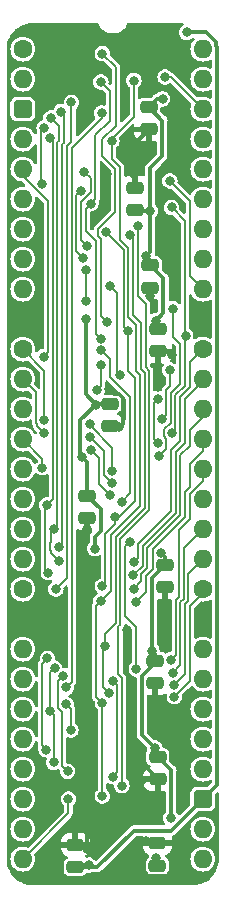
<source format=gbl>
%TF.GenerationSoftware,KiCad,Pcbnew,7.0.5*%
%TF.CreationDate,2024-02-15T21:19:00+02:00*%
%TF.ProjectId,HCP65 MPU Address Decode,48435036-3520-44d5-9055-204164647265,V1*%
%TF.SameCoordinates,PX525bfc0PY43d3480*%
%TF.FileFunction,Copper,L2,Bot*%
%TF.FilePolarity,Positive*%
%FSLAX46Y46*%
G04 Gerber Fmt 4.6, Leading zero omitted, Abs format (unit mm)*
G04 Created by KiCad (PCBNEW 7.0.5) date 2024-02-15 21:19:00*
%MOMM*%
%LPD*%
G01*
G04 APERTURE LIST*
G04 Aperture macros list*
%AMRoundRect*
0 Rectangle with rounded corners*
0 $1 Rounding radius*
0 $2 $3 $4 $5 $6 $7 $8 $9 X,Y pos of 4 corners*
0 Add a 4 corners polygon primitive as box body*
4,1,4,$2,$3,$4,$5,$6,$7,$8,$9,$2,$3,0*
0 Add four circle primitives for the rounded corners*
1,1,$1+$1,$2,$3*
1,1,$1+$1,$4,$5*
1,1,$1+$1,$6,$7*
1,1,$1+$1,$8,$9*
0 Add four rect primitives between the rounded corners*
20,1,$1+$1,$2,$3,$4,$5,0*
20,1,$1+$1,$4,$5,$6,$7,0*
20,1,$1+$1,$6,$7,$8,$9,0*
20,1,$1+$1,$8,$9,$2,$3,0*%
G04 Aperture macros list end*
%TA.AperFunction,ComponentPad*%
%ADD10C,1.600000*%
%TD*%
%TA.AperFunction,ComponentPad*%
%ADD11O,1.600000X1.600000*%
%TD*%
%TA.AperFunction,ComponentPad*%
%ADD12RoundRect,0.400000X-0.400000X-0.400000X0.400000X-0.400000X0.400000X0.400000X-0.400000X0.400000X0*%
%TD*%
%TA.AperFunction,ComponentPad*%
%ADD13R,1.600000X1.600000*%
%TD*%
%TA.AperFunction,SMDPad,CuDef*%
%ADD14RoundRect,0.250000X0.475000X-0.250000X0.475000X0.250000X-0.475000X0.250000X-0.475000X-0.250000X0*%
%TD*%
%TA.AperFunction,SMDPad,CuDef*%
%ADD15RoundRect,0.250000X-0.475000X0.250000X-0.475000X-0.250000X0.475000X-0.250000X0.475000X0.250000X0*%
%TD*%
%TA.AperFunction,ViaPad*%
%ADD16C,0.800000*%
%TD*%
%TA.AperFunction,Conductor*%
%ADD17C,0.370000*%
%TD*%
%TA.AperFunction,Conductor*%
%ADD18C,0.200000*%
%TD*%
G04 APERTURE END LIST*
D10*
%TO.P,J2,1,Pin_1*%
%TO.N,~{Device}*%
X0Y0D03*
D11*
%TO.P,J2,2,Pin_2*%
%TO.N,Native Latch*%
X0Y-2540000D03*
D12*
%TO.P,J2,3,Pin_3*%
%TO.N,5V*%
X0Y-5080000D03*
D11*
%TO.P,J2,4,Pin_4*%
%TO.N,~{RAM_{CS}}*%
X0Y-7620000D03*
%TO.P,J2,5,Pin_5*%
%TO.N,~{ROM_{CS}}*%
X0Y-10160000D03*
%TO.P,J2,6,Pin_6*%
%TO.N,~{Device Group 32K}*%
X0Y-12700000D03*
%TO.P,J2,7,Pin_7*%
%TO.N,~{Device Group 128K}*%
X0Y-15240000D03*
%TO.P,J2,8,Pin_8*%
%TO.N,~{OTHER}*%
X0Y-17780000D03*
%TO.P,J2,9,Pin_9*%
%TO.N,Kernal Mode*%
X0Y-20320000D03*
D13*
%TO.P,J2,10,Pin_10*%
%TO.N,GND*%
X0Y-22860000D03*
D10*
%TO.P,J2,11,Pin_11*%
%TO.N,A23*%
X0Y-25400000D03*
D11*
%TO.P,J2,12,Pin_12*%
%TO.N,A22*%
X0Y-27940000D03*
%TO.P,J2,13,Pin_13*%
%TO.N,A21*%
X0Y-30480000D03*
%TO.P,J2,14,Pin_14*%
%TO.N,A20*%
X0Y-33020000D03*
%TO.P,J2,15,Pin_15*%
%TO.N,A19*%
X0Y-35560000D03*
%TO.P,J2,16,Pin_16*%
%TO.N,A18*%
X0Y-38100000D03*
%TO.P,J2,17,Pin_17*%
%TO.N,A17*%
X0Y-40640000D03*
%TO.P,J2,18,Pin_18*%
%TO.N,A16*%
X0Y-43180000D03*
D10*
%TO.P,J2,19,Pin_19*%
%TO.N,A15*%
X0Y-45720000D03*
D13*
%TO.P,J2,20,Pin_20*%
%TO.N,GND*%
X0Y-48260000D03*
D11*
%TO.P,J2,21,Pin_21*%
%TO.N,A3*%
X0Y-50800000D03*
%TO.P,J2,22,Pin_22*%
%TO.N,A2*%
X0Y-53340000D03*
%TO.P,J2,23,Pin_23*%
%TO.N,A1*%
X0Y-55880000D03*
%TO.P,J2,24,Pin_24*%
%TO.N,A0*%
X0Y-58420000D03*
%TO.P,J2,25,Pin_25*%
%TO.N,~{Special _{CS}12}*%
X0Y-60960000D03*
%TO.P,J2,26,Pin_26*%
%TO.N,~{Special _{CS}13}*%
X0Y-63500000D03*
%TO.P,J2,27,Pin_27*%
%TO.N,~{Special _{CS}14}*%
X0Y-66040000D03*
%TO.P,J2,28,Pin_28*%
%TO.N,~{Special _{CS}15}*%
X0Y-68580000D03*
%TO.P,J2,29,Pin_29*%
%TO.N,~{Special _{CS}11}*%
X15240000Y-68580000D03*
%TO.P,J2,30,Pin_30*%
%TO.N,~{Special _{CS}10}*%
X15240000Y-66040000D03*
D12*
%TO.P,J2,31,Pin_31*%
%TO.N,5V*%
X15240000Y-63500000D03*
D11*
%TO.P,J2,32,Pin_32*%
%TO.N,~{Special _{CS}9}*%
X15240000Y-60960000D03*
%TO.P,J2,33,Pin_33*%
%TO.N,~{Special _{CS}8}*%
X15240000Y-58420000D03*
%TO.P,J2,34,Pin_34*%
%TO.N,~{Special _{CS}7}*%
X15240000Y-55880000D03*
%TO.P,J2,35,Pin_35*%
%TO.N,~{Special _{CS}6}*%
X15240000Y-53340000D03*
%TO.P,J2,36,Pin_36*%
%TO.N,~{Special _{CS}5}*%
X15240000Y-50800000D03*
D13*
%TO.P,J2,37,Pin_37*%
%TO.N,GND*%
X15240000Y-48260000D03*
D10*
%TO.P,J2,38,Pin_38*%
%TO.N,~{Special _{CS}4}*%
X15240000Y-45720000D03*
D11*
%TO.P,J2,39,Pin_39*%
%TO.N,~{Special _{CS}3}*%
X15240000Y-43180000D03*
%TO.P,J2,40,Pin_40*%
%TO.N,~{Special _{CS}2}*%
X15240000Y-40640000D03*
%TO.P,J2,41,Pin_41*%
%TO.N,~{Special _{CS}1}*%
X15240000Y-38100000D03*
%TO.P,J2,42,Pin_42*%
%TO.N,~{Special _{CS}0}*%
X15240000Y-35560000D03*
%TO.P,J2,43,Pin_43*%
%TO.N,~{Device _{CS}19}*%
X15240000Y-33020000D03*
%TO.P,J2,44,Pin_44*%
%TO.N,~{Device _{CS}18}*%
X15240000Y-30480000D03*
%TO.P,J2,45,Pin_45*%
%TO.N,~{Device _{CS}17}*%
X15240000Y-27940000D03*
D10*
%TO.P,J2,46,Pin_46*%
%TO.N,~{Device _{CS}16}*%
X15240000Y-25400000D03*
D13*
%TO.P,J2,47,Pin_47*%
%TO.N,GND*%
X15240000Y-22860000D03*
D11*
%TO.P,J2,48,Pin_48*%
%TO.N,~{Device _{CS}7}*%
X15240000Y-20320000D03*
%TO.P,J2,49,Pin_49*%
%TO.N,~{Device _{CS}6}*%
X15240000Y-17780000D03*
%TO.P,J2,50,Pin_50*%
%TO.N,~{Device _{CS}5}*%
X15240000Y-15240000D03*
%TO.P,J2,51,Pin_51*%
%TO.N,~{Device _{CS}4}*%
X15240000Y-12700000D03*
%TO.P,J2,52,Pin_52*%
%TO.N,~{Device _{CS}3}*%
X15240000Y-10160000D03*
%TO.P,J2,53,Pin_53*%
%TO.N,~{Device _{CS}2}*%
X15240000Y-7620000D03*
%TO.P,J2,54,Pin_54*%
%TO.N,~{Reset}*%
X15240000Y-5080000D03*
%TO.P,J2,55,Pin_55*%
%TO.N,~{Device _{CS}1}*%
X15240000Y-2540000D03*
%TO.P,J2,56,Pin_56*%
%TO.N,~{SPECIAL}*%
X15240000Y0D03*
%TD*%
D14*
%TO.P,C45,1*%
%TO.N,5V*%
X4445000Y-69260000D03*
%TO.P,C45,2*%
%TO.N,GND*%
X4445000Y-67360000D03*
%TD*%
D15*
%TO.P,C34,1*%
%TO.N,/3.3V*%
X5461000Y-37801000D03*
%TO.P,C34,2*%
%TO.N,GND*%
X5461000Y-39701000D03*
%TD*%
%TO.P,C33,1*%
%TO.N,/3.3V*%
X10668000Y-4908000D03*
%TO.P,C33,2*%
%TO.N,GND*%
X10668000Y-6808000D03*
%TD*%
D14*
%TO.P,C46,1*%
%TO.N,/3.3V*%
X11400000Y-69133000D03*
%TO.P,C46,2*%
%TO.N,GND*%
X11400000Y-67233000D03*
%TD*%
D15*
%TO.P,C40,1*%
%TO.N,/3.3V*%
X11176000Y-51771000D03*
%TO.P,C40,2*%
%TO.N,GND*%
X11176000Y-53671000D03*
%TD*%
%TO.P,C36,1*%
%TO.N,/3.3V*%
X10795000Y-18301563D03*
%TO.P,C36,2*%
%TO.N,GND*%
X10795000Y-20201563D03*
%TD*%
%TO.P,C35,1*%
%TO.N,/3.3V*%
X7366000Y-30054000D03*
%TO.P,C35,2*%
%TO.N,GND*%
X7366000Y-31954000D03*
%TD*%
%TO.P,C38,1*%
%TO.N,/3.3V*%
X12065000Y-43643000D03*
%TO.P,C38,2*%
%TO.N,GND*%
X12065000Y-45543000D03*
%TD*%
%TO.P,C39,1*%
%TO.N,/3.3V*%
X11430000Y-59934750D03*
%TO.P,C39,2*%
%TO.N,GND*%
X11430000Y-61834750D03*
%TD*%
%TO.P,C31,1*%
%TO.N,/3.3V*%
X11430000Y-23704000D03*
%TO.P,C31,2*%
%TO.N,GND*%
X11430000Y-25604000D03*
%TD*%
D14*
%TO.P,C32,1*%
%TO.N,/3.3V*%
X9525000Y-13634000D03*
%TO.P,C32,2*%
%TO.N,GND*%
X9525000Y-11734000D03*
%TD*%
D16*
%TO.N,/3.3V*%
X11303000Y-68453000D03*
X5334000Y-22860000D03*
X6096000Y-42291000D03*
X11830903Y-4214000D03*
X11740002Y-42672000D03*
X10922000Y-50927000D03*
X12525917Y-65103917D03*
X4975672Y-34514836D03*
X6223000Y-30099000D03*
X10431446Y-17526000D03*
X11180000Y-59181990D03*
X10795000Y-13716000D03*
X11303006Y-22987000D03*
%TO.N,GND*%
X7337342Y-28781399D03*
X8531295Y-9287709D03*
X8180333Y-32004007D03*
X12602211Y-25908000D03*
X5461000Y-40640000D03*
X9144002Y-57150000D03*
X6071527Y-14048585D03*
X8792518Y-49176518D03*
X10747921Y-20907921D03*
X5432365Y-67744772D03*
X13829995Y-7885833D03*
X1397000Y-20574000D03*
X7112000Y-10580993D03*
X10922000Y-57150000D03*
X14097000Y-67233006D03*
X11940275Y-12038698D03*
X11938000Y-49022000D03*
X9398000Y-10580993D03*
X11443999Y-28595565D03*
X12827000Y-20828000D03*
X7620000Y-64262000D03*
X10414000Y-67056000D03*
%TO.N,5V*%
X5588000Y-69088000D03*
X13858499Y1404501D03*
%TO.N,Native Latch*%
X6634937Y-24515888D03*
X5767853Y-13095806D03*
X6604000Y-2794008D03*
%TO.N,A3*%
X7261657Y-54515154D03*
X6923000Y-50546000D03*
X9031436Y-15733564D03*
%TO.N,A20*%
X1664025Y-35446025D03*
%TO.N,A21*%
X7577000Y-35687000D03*
X5655487Y-31745070D03*
%TO.N,A23*%
X7543479Y-36753471D03*
X5728023Y-32879973D03*
X1834004Y-31369000D03*
%TO.N,/~{A3}*%
X8382000Y-62357000D03*
X9728004Y-14989977D03*
%TO.N,A22*%
X7363769Y-37747280D03*
X1834004Y-32512000D03*
X5801215Y-33944813D03*
%TO.N,~{Device Group 128K}*%
X6731000Y-45466000D03*
X7810500Y-39624000D03*
X8904992Y-23876000D03*
X7060399Y-15519551D03*
%TO.N,~{Device Group 32K}*%
X1808461Y-6664825D03*
X1651000Y-11430000D03*
X12640000Y-32501613D03*
X12593728Y-13407527D03*
X13789014Y-24257000D03*
%TO.N,A15*%
X2794000Y-45720000D03*
X4117683Y-4518317D03*
%TO.N,A16*%
X3221549Y-5304130D03*
X3034004Y-42133000D03*
%TO.N,A17*%
X3034004Y-43307000D03*
X2634004Y-40674813D03*
X2379922Y-5844193D03*
%TO.N,A18*%
X2159000Y-44323000D03*
X2300732Y-7540574D03*
X2032000Y-38608000D03*
%TO.N,~{Reset}*%
X9398000Y-2667000D03*
X12042000Y-2363034D03*
X7536144Y-7804806D03*
X6731000Y-63246000D03*
X6730373Y-55362351D03*
X6604000Y-46736000D03*
%TO.N,~{Device _{CS}7}*%
X12446000Y-11176000D03*
%TO.N,~{SPECIAL}*%
X6666000Y-5410521D03*
X7620000Y-53467000D03*
X7620000Y-61595000D03*
X3683000Y-54049569D03*
%TO.N,/~{Native Latch}*%
X5080000Y-17653000D03*
X4902765Y-11980993D03*
%TO.N,~{Device _{CS}19}*%
X9559725Y-46833838D03*
%TO.N,/Kernal Mode\u00B7Native Latch*%
X6659294Y-25515594D03*
X8382000Y-38354000D03*
%TO.N,~{Device _{CS}18}*%
X9393000Y-45720000D03*
%TO.N,~{Device _{CS}17}*%
X9346999Y-44567307D03*
%TO.N,~{Device _{CS}16}*%
X9393000Y-43434000D03*
%TO.N,~{RAM_{CS}}*%
X5416203Y-16652658D03*
X5207000Y-10414000D03*
%TO.N,A0*%
X2087489Y-51593431D03*
X1967000Y-59309000D03*
%TO.N,A1*%
X2602000Y-60404514D03*
X2317381Y-56014450D03*
X2683345Y-52396525D03*
%TO.N,A2*%
X3787065Y-61152000D03*
X3434004Y-53057218D03*
%TO.N,~{Special _{CS}7}*%
X4064000Y-57658000D03*
X3671873Y-55476223D03*
%TO.N,~{Special _{CS}4}*%
X12827000Y-54831561D03*
%TO.N,~{Special _{CS}3}*%
X12827000Y-53831558D03*
%TO.N,~{Special _{CS}2}*%
X12700000Y-52832004D03*
%TO.N,~{Special _{CS}1}*%
X9577515Y-52492589D03*
X9048844Y-41694811D03*
%TO.N,~{Special _{CS}0}*%
X12542999Y-51689000D03*
%TO.N,~{Special _{CS}15}*%
X3857079Y-63501750D03*
%TO.N,Net-(IC37B-2A)*%
X8255930Y-27613058D03*
X7381424Y-20039078D03*
%TO.N,~{ROM_{CS}}*%
X1778000Y-26035000D03*
%TO.N,/~{ROM}*%
X6284669Y-28838884D03*
X11411000Y-29595568D03*
X11443999Y-33315944D03*
X6635128Y-26709127D03*
%TO.N,~{Device}*%
X7112000Y-23114000D03*
X6731000Y-381000D03*
%TO.N,/~{RAM}*%
X12700000Y-21971006D03*
X5334000Y-21336000D03*
X11505224Y-34468776D03*
X5308519Y-18707854D03*
%TO.N,/~{A21+A22+A23}*%
X11811000Y-31305499D03*
X12446000Y-27178000D03*
%TD*%
D17*
%TO.N,/3.3V*%
X6096000Y-41275000D02*
X6604000Y-40767000D01*
X11176000Y-51181000D02*
X10922000Y-50927000D01*
X10955000Y-44753000D02*
X10955000Y-50894000D01*
X4870487Y-34409651D02*
X4975672Y-34514836D01*
X12573000Y-61077750D02*
X12573000Y-65056834D01*
X5461000Y-35000164D02*
X4975672Y-34514836D01*
X11176000Y-59680750D02*
X11176000Y-59185990D01*
X11811000Y-9050000D02*
X10795000Y-10066000D01*
X10795000Y-17162446D02*
X10431446Y-17526000D01*
X5334000Y-22860000D02*
X5334000Y-29210000D01*
X4870487Y-31419912D02*
X4870487Y-34409651D01*
X12573000Y-65056834D02*
X12525917Y-65103917D01*
X11400000Y-68550000D02*
X11303000Y-68453000D01*
X10668000Y-4908000D02*
X11362000Y-4214000D01*
X10795000Y-18301563D02*
X11905000Y-19411563D01*
X10066000Y-58067990D02*
X11180000Y-59181990D01*
X6223000Y-30099000D02*
X6191399Y-30099000D01*
X11811000Y-6051000D02*
X11811000Y-9050000D01*
X10795000Y-10066000D02*
X10795000Y-13716000D01*
X10795000Y-13716000D02*
X9607000Y-13716000D01*
X6191399Y-30099000D02*
X4870487Y-31419912D01*
X11905000Y-22385006D02*
X11303006Y-22987000D01*
X7366000Y-30054000D02*
X6268000Y-30054000D01*
X5461000Y-37801000D02*
X5461000Y-35000164D01*
X12065000Y-42996998D02*
X11740002Y-42672000D01*
X12065000Y-43643000D02*
X12065000Y-42996998D01*
X10668000Y-4908000D02*
X11811000Y-6051000D01*
X12065000Y-43643000D02*
X10955000Y-44753000D01*
X11362000Y-4214000D02*
X11830903Y-4214000D01*
X11176000Y-51771000D02*
X11176000Y-51181000D01*
X6268000Y-30054000D02*
X6223000Y-30099000D01*
X11905000Y-19411563D02*
X11905000Y-22385006D01*
X10955000Y-50894000D02*
X10922000Y-50927000D01*
X6096000Y-42291000D02*
X6096000Y-41275000D01*
X11400000Y-69133000D02*
X11400000Y-68550000D01*
X10795000Y-17889554D02*
X10431446Y-17526000D01*
X10795000Y-13716000D02*
X10795000Y-17162446D01*
X11176000Y-52004262D02*
X10066000Y-53114262D01*
X5334000Y-29210000D02*
X6223000Y-30099000D01*
X10795000Y-18301563D02*
X10795000Y-17889554D01*
X10066000Y-53114262D02*
X10066000Y-58067990D01*
X6604000Y-40767000D02*
X6604000Y-38944000D01*
X11176000Y-59185990D02*
X11180000Y-59181990D01*
X11430000Y-59934750D02*
X12573000Y-61077750D01*
X6604000Y-38944000D02*
X5461000Y-37801000D01*
X11303006Y-23577006D02*
X11303006Y-22987000D01*
%TO.N,GND*%
X11808722Y-12170251D02*
X11808722Y-16126722D01*
X7366000Y-31954000D02*
X8130326Y-31954000D01*
X9398000Y-11607000D02*
X9398000Y-10580993D01*
X12065000Y-45543000D02*
X12065000Y-48895000D01*
X11940275Y-12038698D02*
X11808722Y-12170251D01*
X14096994Y-67233000D02*
X14097000Y-67233006D01*
X11176000Y-56896000D02*
X10922000Y-57150000D01*
X11430000Y-10285828D02*
X13829995Y-7885833D01*
X11430000Y-61834750D02*
X10555250Y-61834750D01*
X5047593Y-67360000D02*
X5432365Y-67744772D01*
X11808722Y-16126722D02*
X12827000Y-17145000D01*
X11176000Y-53671000D02*
X11176000Y-56896000D01*
X11430000Y-25604000D02*
X11430000Y-28581566D01*
X7724943Y-29169000D02*
X7337342Y-28781399D01*
X0Y-22860000D02*
X1397000Y-21463000D01*
X12827000Y-17145000D02*
X12827000Y-20828000D01*
X11400000Y-67233000D02*
X14096994Y-67233000D01*
X11940275Y-12038698D02*
X11430000Y-11528423D01*
X6071527Y-14048585D02*
X7112000Y-13008112D01*
X9144002Y-57150000D02*
X9144002Y-59548752D01*
X8130326Y-31954000D02*
X8180333Y-32004007D01*
X5432365Y-67744772D02*
X5432365Y-66449635D01*
X8104026Y-29169000D02*
X7724943Y-29169000D01*
X8531295Y-9287709D02*
X9398000Y-10154414D01*
X8792518Y-52817750D02*
X8792518Y-49176518D01*
X9144002Y-59548752D02*
X11430000Y-61834750D01*
X12065000Y-48895000D02*
X11938000Y-49022000D01*
X11430000Y-25604000D02*
X12298211Y-25604000D01*
X12298211Y-25604000D02*
X12602211Y-25908000D01*
X8128000Y-64262000D02*
X7620000Y-64262000D01*
X8476000Y-29540974D02*
X8104026Y-29169000D01*
X5461000Y-39701000D02*
X5461000Y-40640000D01*
X7112000Y-13008112D02*
X7112000Y-10580993D01*
X11430000Y-11528423D02*
X11430000Y-10285828D01*
X10795000Y-20201563D02*
X10795000Y-20860842D01*
X9398000Y-10154414D02*
X9398000Y-10580993D01*
X11430000Y-28581566D02*
X11443999Y-28595565D01*
X8531295Y-8944705D02*
X8531295Y-9287709D01*
X10795000Y-20860842D02*
X10747921Y-20907921D01*
X10668000Y-6808000D02*
X8531295Y-8944705D01*
X9144002Y-57150000D02*
X9144002Y-53169234D01*
X10555250Y-61834750D02*
X8128000Y-64262000D01*
X1397000Y-21463000D02*
X1397000Y-20574000D01*
X9144002Y-53169234D02*
X8792518Y-52817750D01*
X8476000Y-31708340D02*
X8476000Y-29540974D01*
X5432365Y-66449635D02*
X7620000Y-64262000D01*
X4445000Y-67360000D02*
X5047593Y-67360000D01*
X8180333Y-32004007D02*
X8476000Y-31708340D01*
%TO.N,5V*%
X15240000Y-63500000D02*
X12573000Y-66167000D01*
X15535729Y1404501D02*
X13858499Y1404501D01*
X16396266Y365042D02*
X16337739Y602491D01*
X15240000Y-63500000D02*
X16425000Y-62315000D01*
X5588000Y-69088000D02*
X4617000Y-69088000D01*
X9398000Y-66167000D02*
X6305000Y-69260000D01*
X12573000Y-66167000D02*
X9398000Y-66167000D01*
X16425000Y-62315000D02*
X16425000Y128397D01*
X6305000Y-69260000D02*
X4445000Y-69260000D01*
X16425000Y128397D02*
X16396266Y365042D01*
X16337739Y602491D02*
X15535729Y1404501D01*
D18*
%TO.N,Native Latch*%
X6147419Y-7314581D02*
X7366000Y-6096000D01*
X6634937Y-24515888D02*
X6223000Y-24103951D01*
X6147419Y-12716240D02*
X6147419Y-7314581D01*
X6223000Y-24103951D02*
X6223000Y-16256000D01*
X5334000Y-15367000D02*
X5334000Y-13529659D01*
X5334000Y-13529659D02*
X5767853Y-13095806D01*
X7366000Y-3556008D02*
X6604000Y-2794008D01*
X6223000Y-16256000D02*
X5334000Y-15367000D01*
X7366000Y-6096000D02*
X7366000Y-3556008D01*
X5767853Y-13095806D02*
X6147419Y-12716240D01*
%TO.N,A3*%
X6923000Y-49490379D02*
X7846998Y-48566381D01*
X9331436Y-16033564D02*
X9031436Y-15733564D01*
X6793000Y-54046497D02*
X7261657Y-54515154D01*
X7846998Y-41341264D02*
X10311006Y-38877255D01*
X10005000Y-23181364D02*
X9331436Y-22507800D01*
X10311006Y-27409947D02*
X10005000Y-27103940D01*
X6923000Y-50546000D02*
X6923000Y-49490379D01*
X10311006Y-38877255D02*
X10311006Y-27409947D01*
X10005000Y-27103940D02*
X10005000Y-23181364D01*
X6793000Y-50676000D02*
X6793000Y-54046497D01*
X7846998Y-48566381D02*
X7846998Y-41341264D01*
X6923000Y-50546000D02*
X6793000Y-50676000D01*
X9331436Y-22507800D02*
X9331436Y-16033564D01*
%TO.N,A20*%
X1664025Y-34684025D02*
X1664025Y-35446025D01*
X0Y-33020000D02*
X1664025Y-34684025D01*
%TO.N,A21*%
X5655487Y-31817487D02*
X5655487Y-31745070D01*
X7577000Y-33739000D02*
X5655487Y-31817487D01*
X7577000Y-35687000D02*
X7577000Y-33739000D01*
%TO.N,A23*%
X1834004Y-27234004D02*
X1834004Y-31369000D01*
X7543479Y-36753471D02*
X6858000Y-36067992D01*
X6858000Y-36067992D02*
X6858000Y-34009950D01*
X0Y-25400000D02*
X1834004Y-27234004D01*
X6858000Y-34009950D02*
X5728023Y-32879973D01*
%TO.N,/~{A3}*%
X8092514Y-48886550D02*
X8246998Y-48732066D01*
X10711005Y-27244260D02*
X10405000Y-26938255D01*
X8246998Y-48732066D02*
X8246998Y-41506950D01*
X10405000Y-26938255D02*
X10405000Y-21554949D01*
X8246998Y-41506950D02*
X10711006Y-39042940D01*
X8382000Y-53213000D02*
X8092514Y-52923514D01*
X8092514Y-52923514D02*
X8092514Y-48886550D01*
X10711006Y-39042940D02*
X10711005Y-27244260D01*
X9731436Y-20881385D02*
X9731436Y-14993409D01*
X9731436Y-14993409D02*
X9728004Y-14989977D01*
X10405000Y-21554949D02*
X9731436Y-20881385D01*
X8382000Y-62357000D02*
X8382000Y-53213000D01*
%TO.N,A22*%
X6458000Y-34601598D02*
X5801215Y-33944813D01*
X0Y-27940000D02*
X1134004Y-29074004D01*
X1210000Y-31734946D02*
X1210000Y-31887996D01*
X6458000Y-36841511D02*
X6458000Y-34601598D01*
X1134004Y-31658950D02*
X1210000Y-31734946D01*
X1134004Y-29074004D02*
X1134004Y-31658950D01*
X1210000Y-31887996D02*
X1834004Y-32512000D01*
X7363769Y-37747280D02*
X6458000Y-36841511D01*
%TO.N,~{Device Group 128K}*%
X8531436Y-23502444D02*
X8904992Y-23876000D01*
X8128000Y-39624000D02*
X9511009Y-38240991D01*
X7060399Y-15519551D02*
X8531436Y-16990588D01*
X6985001Y-41071890D02*
X7810500Y-40246391D01*
X6731000Y-45466000D02*
X6985001Y-45211999D01*
X8904992Y-27262302D02*
X8904992Y-23876000D01*
X9511009Y-27868319D02*
X8904992Y-27262302D01*
X7810500Y-39624000D02*
X8128000Y-39624000D01*
X9511009Y-38240991D02*
X9511009Y-27868319D01*
X8531436Y-16990588D02*
X8531436Y-23502444D01*
X6985001Y-45211999D02*
X6985001Y-41071890D01*
X7810500Y-40246391D02*
X7810500Y-39624000D01*
%TO.N,~{Device Group 32K}*%
X12593728Y-13407527D02*
X13735000Y-14548799D01*
X1524000Y-11303000D02*
X1651000Y-11430000D01*
X13735000Y-24311014D02*
X13789014Y-24257000D01*
X12911000Y-32230613D02*
X12911000Y-29310686D01*
X13735000Y-24202986D02*
X13789014Y-24257000D01*
X1524000Y-6949286D02*
X1524000Y-11303000D01*
X12640000Y-32501613D02*
X12911000Y-32230613D01*
X1808461Y-6664825D02*
X1524000Y-6949286D01*
X12911000Y-29310686D02*
X13735000Y-28486686D01*
X13735000Y-28486686D02*
X13735000Y-24311014D01*
X13735000Y-14548799D02*
X13735000Y-24202986D01*
%TO.N,A15*%
X3734004Y-8228620D02*
X4117683Y-7844941D01*
X2794000Y-45720000D02*
X3734004Y-44779996D01*
X4117683Y-7844941D02*
X4117683Y-4518317D01*
X3734004Y-44779996D02*
X3734004Y-8228620D01*
%TO.N,A16*%
X3468500Y-7928439D02*
X3334004Y-8062934D01*
X3221549Y-5304130D02*
X3468500Y-5551081D01*
X3334004Y-8062934D02*
X3334004Y-41833000D01*
X3334004Y-41833000D02*
X3034004Y-42133000D01*
X3468500Y-5551081D02*
X3468500Y-7928439D01*
%TO.N,A17*%
X2934004Y-7897249D02*
X2934004Y-40374813D01*
X2379922Y-5844193D02*
X3068500Y-6532771D01*
X2410000Y-41767054D02*
X2410000Y-40898817D01*
X2334004Y-41843050D02*
X2410000Y-41767054D01*
X2410000Y-42682996D02*
X2410000Y-42498946D01*
X3068500Y-6532771D02*
X3068500Y-7762753D01*
X3034004Y-43307000D02*
X2410000Y-42682996D01*
X2334004Y-42422950D02*
X2334004Y-41843050D01*
X3068500Y-7762753D02*
X2934004Y-7897249D01*
X2410000Y-42498946D02*
X2334004Y-42422950D01*
X2410000Y-40898817D02*
X2634004Y-40674813D01*
X2934004Y-40374813D02*
X2634004Y-40674813D01*
%TO.N,A18*%
X1905000Y-44069000D02*
X1905000Y-38735000D01*
X2534004Y-38105996D02*
X2534004Y-7773846D01*
X2159000Y-44323000D02*
X1905000Y-44069000D01*
X1905000Y-38735000D02*
X2032000Y-38608000D01*
X2032000Y-38608000D02*
X2534004Y-38105996D01*
X2534004Y-7773846D02*
X2300732Y-7540574D01*
%TO.N,~{Reset}*%
X9911006Y-38711570D02*
X9911006Y-27575633D01*
X7536144Y-9282509D02*
X7536144Y-7804806D01*
X6731000Y-55362978D02*
X6730373Y-55362351D01*
X8931436Y-16824902D02*
X8235001Y-16128467D01*
X15240000Y-5080000D02*
X12523034Y-2363034D01*
X12523034Y-2363034D02*
X12042000Y-2363034D01*
X7536144Y-7576856D02*
X7536144Y-7804806D01*
X8235001Y-16128467D02*
X8235001Y-9981366D01*
X8235001Y-9981366D02*
X7536144Y-9282509D01*
X9398000Y-2667000D02*
X9398000Y-5715000D01*
X9398000Y-5715000D02*
X7536144Y-7576856D01*
X8931436Y-22673485D02*
X8931436Y-16824902D01*
X6604000Y-46736000D02*
X6223000Y-47117000D01*
X6223000Y-54854978D02*
X6730373Y-55362351D01*
X6731000Y-63246000D02*
X6731000Y-55362978D01*
X9605000Y-23347049D02*
X8931436Y-22673485D01*
X9605000Y-27269625D02*
X9605000Y-23347049D01*
X7446998Y-41175578D02*
X9911006Y-38711570D01*
X7446998Y-45893002D02*
X7446998Y-41175578D01*
X6223000Y-47117000D02*
X6223000Y-54854978D01*
X6604000Y-46736000D02*
X7446998Y-45893002D01*
X9911006Y-27575633D02*
X9605000Y-27269625D01*
%TO.N,~{Device _{CS}7}*%
X15240000Y-20320000D02*
X14135000Y-19215000D01*
X14135000Y-12865000D02*
X12446000Y-11176000D01*
X14135000Y-19215000D02*
X14135000Y-12865000D01*
%TO.N,~{SPECIAL}*%
X7620000Y-61595000D02*
X7982000Y-61233000D01*
X6666000Y-5862310D02*
X6666000Y-5410521D01*
X3683000Y-54049569D02*
X4134004Y-53598565D01*
X7982000Y-53829000D02*
X7620000Y-53467000D01*
X4134004Y-8394306D02*
X6666000Y-5862310D01*
X4134004Y-53598565D02*
X4134004Y-8394306D01*
X7982000Y-61233000D02*
X7982000Y-53829000D01*
%TO.N,/~{Native Latch}*%
X4534004Y-17107004D02*
X4534004Y-12349754D01*
X4534004Y-12349754D02*
X4902765Y-11980993D01*
X5080000Y-17653000D02*
X4534004Y-17107004D01*
%TO.N,~{Device _{CS}19}*%
X11040000Y-43982106D02*
X10446999Y-44575107D01*
X13740000Y-39600000D02*
X11040000Y-42300000D01*
X15240000Y-33020000D02*
X15240000Y-34004365D01*
X14140000Y-35104365D02*
X14140000Y-37078680D01*
X15240000Y-34004365D02*
X14140000Y-35104365D01*
X11040000Y-42300000D02*
X11040000Y-43982106D01*
X10446999Y-44575107D02*
X10446999Y-45946564D01*
X14140000Y-37078680D02*
X13740000Y-37478680D01*
X13740000Y-37478680D02*
X13740000Y-39600000D01*
X10446999Y-45946564D02*
X9559725Y-46833838D01*
%TO.N,/Kernal Mode\u00B7Native Latch*%
X7347000Y-27726080D02*
X7347000Y-26203300D01*
X8382000Y-38354000D02*
X9111012Y-37624988D01*
X9111012Y-37624988D02*
X9111012Y-29490092D01*
X7347000Y-26203300D02*
X6659294Y-25515594D01*
X9111012Y-29490092D02*
X7347000Y-27726080D01*
%TO.N,~{Device _{CS}18}*%
X10046999Y-45066001D02*
X9393000Y-45720000D01*
X13340000Y-34374321D02*
X13340000Y-39434314D01*
X15240000Y-31162190D02*
X14140000Y-32262190D01*
X10046999Y-44409422D02*
X10046999Y-45066001D01*
X14140000Y-32262190D02*
X14140000Y-33574321D01*
X10541000Y-43915420D02*
X10046999Y-44409422D01*
X10541000Y-42233314D02*
X10541000Y-43915420D01*
X14140000Y-33574321D02*
X13340000Y-34374321D01*
X13340000Y-39434314D02*
X10541000Y-42233314D01*
%TO.N,~{Device _{CS}17}*%
X13740000Y-33339321D02*
X12940000Y-34139321D01*
X10141000Y-42067629D02*
X10141000Y-43749734D01*
X13743999Y-29609058D02*
X13743999Y-32092505D01*
X9346999Y-44543735D02*
X9346999Y-44567307D01*
X12940000Y-39268628D02*
X10141000Y-42067629D01*
X10141000Y-43749734D02*
X9346999Y-44543735D01*
X13740000Y-32096504D02*
X13740000Y-33339321D01*
X13743999Y-32092505D02*
X13740000Y-32096504D01*
X12940000Y-34139321D02*
X12940000Y-39268628D01*
X15240000Y-28113057D02*
X13743999Y-29609058D01*
%TO.N,~{Device _{CS}16}*%
X13343999Y-29443373D02*
X13343999Y-31926819D01*
X15240000Y-25400000D02*
X14135000Y-26505000D01*
X14135000Y-28652372D02*
X13343999Y-29443373D01*
X12540000Y-33973636D02*
X12540000Y-39102942D01*
X13340000Y-33173635D02*
X12540000Y-33973636D01*
X14135000Y-26505000D02*
X14135000Y-28652372D01*
X9729037Y-43097963D02*
X9393000Y-43434000D01*
X13340000Y-31930818D02*
X13340000Y-33173635D01*
X12540000Y-39102942D02*
X9729037Y-41913905D01*
X13343999Y-31926819D02*
X13340000Y-31930818D01*
X9729037Y-41913905D02*
X9729037Y-43097963D01*
%TO.N,~{RAM_{CS}}*%
X5747419Y-12126290D02*
X4934004Y-12939705D01*
X5747419Y-10954419D02*
X5747419Y-12126290D01*
X5207000Y-10414000D02*
X5747419Y-10954419D01*
X4934004Y-16170459D02*
X5416203Y-16652658D01*
X4934004Y-12939705D02*
X4934004Y-16170459D01*
%TO.N,A0*%
X1617381Y-52063539D02*
X2087489Y-51593431D01*
X1967000Y-59309000D02*
X1617381Y-58959381D01*
X1617381Y-58959381D02*
X1617381Y-52063539D01*
%TO.N,A1*%
X2602000Y-60404514D02*
X2667000Y-60339514D01*
X2667000Y-56364069D02*
X2317381Y-56014450D01*
X2319981Y-56011850D02*
X2317381Y-56014450D01*
X2319981Y-52759889D02*
X2319981Y-56011850D01*
X2683345Y-52396525D02*
X2319981Y-52759889D01*
X2667000Y-60339514D02*
X2667000Y-56364069D01*
%TO.N,A2*%
X3787065Y-61152000D02*
X3302000Y-60666935D01*
X2971873Y-53519349D02*
X3434004Y-53057218D01*
X3302000Y-60666935D02*
X3302000Y-56096300D01*
X2971873Y-55766173D02*
X2971873Y-53519349D01*
X3302000Y-56096300D02*
X2971873Y-55766173D01*
%TO.N,~{Special _{CS}7}*%
X4064000Y-57658000D02*
X4064000Y-55868350D01*
X4064000Y-55868350D02*
X3671873Y-55476223D01*
%TO.N,~{Special _{CS}4}*%
X14154000Y-51775057D02*
X14140000Y-51789056D01*
X14140000Y-53518561D02*
X12827000Y-54831561D01*
X14154000Y-51269635D02*
X14154000Y-51775057D01*
X15240000Y-46074000D02*
X14140000Y-47174000D01*
X14140000Y-51255635D02*
X14154000Y-51269635D01*
X14140000Y-51789056D02*
X14140000Y-53518561D01*
X14140000Y-47174000D02*
X14140000Y-51255635D01*
%TO.N,~{Special _{CS}3}*%
X14008000Y-46726317D02*
X13740000Y-46994317D01*
X13740000Y-46994317D02*
X13740000Y-52918558D01*
X15240000Y-43180000D02*
X14008000Y-44412000D01*
X13740000Y-52918558D02*
X12827000Y-53831558D01*
X14008000Y-44412000D02*
X14008000Y-46726317D01*
%TO.N,~{Special _{CS}2}*%
X13340000Y-46828631D02*
X13340000Y-52192004D01*
X13340000Y-52192004D02*
X12700000Y-52832004D01*
X15240000Y-40640000D02*
X13608000Y-42272000D01*
X13608000Y-42272000D02*
X13608000Y-46560631D01*
X13608000Y-46560631D02*
X13340000Y-46828631D01*
%TO.N,~{Special _{CS}1}*%
X8646998Y-42096657D02*
X8646998Y-48041024D01*
X8646998Y-48041024D02*
X9577515Y-48971541D01*
X9577515Y-48971541D02*
X9577515Y-52492589D01*
X9048844Y-41694811D02*
X8646998Y-42096657D01*
%TO.N,~{Special _{CS}0}*%
X12940000Y-51291999D02*
X12542999Y-51689000D01*
X15240000Y-36544365D02*
X14140000Y-37644365D01*
X13208000Y-40697686D02*
X13208000Y-46394945D01*
X14140000Y-37644365D02*
X14140000Y-39765686D01*
X12940000Y-46662945D02*
X12940000Y-51291999D01*
X14140000Y-39765686D02*
X13208000Y-40697686D01*
X15240000Y-35560000D02*
X15240000Y-36544365D01*
X13208000Y-46394945D02*
X12940000Y-46662945D01*
%TO.N,~{Special _{CS}15}*%
X0Y-68580000D02*
X3857079Y-64722921D01*
X3857079Y-64722921D02*
X3857079Y-63501750D01*
%TO.N,Net-(IC37B-2A)*%
X7381424Y-20039078D02*
X8001000Y-20658654D01*
X8001000Y-20658654D02*
X8001000Y-27358128D01*
X8001000Y-27358128D02*
X8255930Y-27613058D01*
%TO.N,~{ROM_{CS}}*%
X1778000Y-26035000D02*
X2134002Y-25678998D01*
X2134002Y-25678998D02*
X2134002Y-12902952D01*
X2134002Y-12902952D02*
X0Y-10768950D01*
%TO.N,/~{ROM}*%
X6635128Y-28488425D02*
X6284669Y-28838884D01*
X11443999Y-33315944D02*
X11111000Y-32982945D01*
X6635128Y-26709127D02*
X6635128Y-28488425D01*
X11111000Y-29895568D02*
X11411000Y-29595568D01*
X11111000Y-32982945D02*
X11111000Y-29895568D01*
%TO.N,~{Device}*%
X6623000Y-22625000D02*
X7112000Y-23114000D01*
X6350000Y-15817314D02*
X6623000Y-16090314D01*
X6731000Y-381000D02*
X7874000Y-1524000D01*
X7812000Y-10124050D02*
X7812000Y-13778000D01*
X6350000Y-15240000D02*
X6350000Y-15817314D01*
X7812000Y-13778000D02*
X6350000Y-15240000D01*
X7874000Y-1524000D02*
X7874000Y-6477000D01*
X7874000Y-6477000D02*
X6731000Y-7620000D01*
X6731000Y-7620000D02*
X6731000Y-9043050D01*
X6731000Y-9043050D02*
X7812000Y-10124050D01*
X6623000Y-16090314D02*
X6623000Y-22625000D01*
%TO.N,/~{RAM}*%
X12510998Y-30079641D02*
X12511000Y-30079635D01*
X13333500Y-28322500D02*
X13333500Y-24991450D01*
X12511000Y-30079635D02*
X12511000Y-29145000D01*
X12143999Y-32995562D02*
X11940000Y-32791563D01*
X12511000Y-29145000D02*
X13333500Y-28322500D01*
X13333500Y-24991450D02*
X12700000Y-24357950D01*
X11505224Y-34468776D02*
X12143999Y-33830001D01*
X11940000Y-32199448D02*
X12511000Y-31628448D01*
X5334000Y-21336000D02*
X5308519Y-21310519D01*
X12511000Y-31628448D02*
X12510998Y-30079641D01*
X12143999Y-33830001D02*
X12143999Y-32995562D01*
X5308519Y-21310519D02*
X5308519Y-18707854D01*
X12700000Y-24357950D02*
X12700000Y-21971006D01*
X11940000Y-32791563D02*
X11940000Y-32199448D01*
%TO.N,/~{A21+A22+A23}*%
X12111000Y-31005499D02*
X11811000Y-31305499D01*
X12111000Y-28904515D02*
X12111000Y-31005499D01*
X12446000Y-28569515D02*
X12111000Y-28904515D01*
X12446000Y-27178000D02*
X12446000Y-28569515D01*
%TD*%
%TA.AperFunction,Conductor*%
%TO.N,GND*%
G36*
X16536833Y-62921570D02*
G01*
X16592766Y-62963442D01*
X16617183Y-63028906D01*
X16617499Y-63037752D01*
X16617499Y-68573770D01*
X16617500Y-68573780D01*
X16617500Y-68578122D01*
X16617387Y-68581867D01*
X16601588Y-68843027D01*
X16600685Y-68850466D01*
X16553862Y-69105969D01*
X16552069Y-69113244D01*
X16474790Y-69361239D01*
X16472136Y-69368238D01*
X16365529Y-69605107D01*
X16362046Y-69611742D01*
X16227662Y-69834038D01*
X16223405Y-69840205D01*
X16063213Y-70044674D01*
X16058243Y-70050283D01*
X15874560Y-70233964D01*
X15868951Y-70238934D01*
X15664483Y-70399121D01*
X15658316Y-70403378D01*
X15436023Y-70537757D01*
X15429387Y-70541239D01*
X15192516Y-70647843D01*
X15185510Y-70650500D01*
X14937512Y-70727777D01*
X14930236Y-70729571D01*
X14674742Y-70776388D01*
X14667303Y-70777292D01*
X14405612Y-70793119D01*
X14401868Y-70793232D01*
X13970000Y-70793232D01*
X13970000Y-68580000D01*
X14184417Y-68580000D01*
X14204699Y-68785932D01*
X14204700Y-68785934D01*
X14264768Y-68983954D01*
X14362315Y-69166450D01*
X14362317Y-69166452D01*
X14493589Y-69326410D01*
X14590209Y-69405702D01*
X14653550Y-69457685D01*
X14836046Y-69555232D01*
X15034066Y-69615300D01*
X15034065Y-69615300D01*
X15054348Y-69617297D01*
X15240000Y-69635583D01*
X15445934Y-69615300D01*
X15643954Y-69555232D01*
X15826450Y-69457685D01*
X15986410Y-69326410D01*
X16117685Y-69166450D01*
X16215232Y-68983954D01*
X16275300Y-68785934D01*
X16295583Y-68580000D01*
X16275300Y-68374066D01*
X16215232Y-68176046D01*
X16117685Y-67993550D01*
X16065702Y-67930209D01*
X15986410Y-67833589D01*
X15826452Y-67702317D01*
X15826453Y-67702317D01*
X15826450Y-67702315D01*
X15643954Y-67604768D01*
X15445934Y-67544700D01*
X15445932Y-67544699D01*
X15445934Y-67544699D01*
X15258463Y-67526235D01*
X15240000Y-67524417D01*
X15239999Y-67524417D01*
X15034067Y-67544699D01*
X14836043Y-67604769D01*
X14725897Y-67663643D01*
X14653550Y-67702315D01*
X14653548Y-67702316D01*
X14653547Y-67702317D01*
X14493589Y-67833589D01*
X14362317Y-67993547D01*
X14264769Y-68176043D01*
X14204699Y-68374067D01*
X14184417Y-68580000D01*
X13970000Y-68580000D01*
X13970000Y-66039999D01*
X14184417Y-66039999D01*
X14204699Y-66245932D01*
X14204700Y-66245934D01*
X14264768Y-66443954D01*
X14362315Y-66626450D01*
X14362317Y-66626452D01*
X14493589Y-66786410D01*
X14590209Y-66865702D01*
X14653550Y-66917685D01*
X14836046Y-67015232D01*
X15034066Y-67075300D01*
X15034065Y-67075300D01*
X15052529Y-67077118D01*
X15240000Y-67095583D01*
X15445934Y-67075300D01*
X15643954Y-67015232D01*
X15826450Y-66917685D01*
X15986410Y-66786410D01*
X16117685Y-66626450D01*
X16215232Y-66443954D01*
X16275300Y-66245934D01*
X16295583Y-66040000D01*
X16275300Y-65834066D01*
X16215232Y-65636046D01*
X16117685Y-65453550D01*
X16062158Y-65385890D01*
X15986410Y-65293589D01*
X15826452Y-65162317D01*
X15826453Y-65162317D01*
X15826450Y-65162315D01*
X15643954Y-65064768D01*
X15445934Y-65004700D01*
X15445932Y-65004699D01*
X15445934Y-65004699D01*
X15258463Y-64986235D01*
X15240000Y-64984417D01*
X15239999Y-64984417D01*
X15034067Y-65004699D01*
X14836043Y-65064769D01*
X14725897Y-65123643D01*
X14653550Y-65162315D01*
X14653548Y-65162316D01*
X14653547Y-65162317D01*
X14493589Y-65293589D01*
X14362317Y-65453547D01*
X14264769Y-65636043D01*
X14204699Y-65834067D01*
X14184417Y-66039999D01*
X13970000Y-66039999D01*
X13970000Y-65385890D01*
X14769071Y-64586819D01*
X14830394Y-64553334D01*
X14856752Y-64550500D01*
X15705686Y-64550500D01*
X15705694Y-64550500D01*
X15742569Y-64547598D01*
X15742571Y-64547597D01*
X15742573Y-64547597D01*
X15784191Y-64535505D01*
X15900398Y-64501744D01*
X16041865Y-64418081D01*
X16158081Y-64301865D01*
X16241744Y-64160398D01*
X16287598Y-64002569D01*
X16290500Y-63965694D01*
X16290500Y-63116751D01*
X16310185Y-63049712D01*
X16326815Y-63029074D01*
X16405819Y-62950070D01*
X16467141Y-62916586D01*
X16536833Y-62921570D01*
G37*
%TD.AperFunction*%
%TA.AperFunction,Conductor*%
G36*
X14335951Y-53920804D02*
G01*
X14388470Y-53958321D01*
X14490499Y-54082644D01*
X14493590Y-54086410D01*
X14653550Y-54217685D01*
X14836046Y-54315232D01*
X15034066Y-54375300D01*
X15034065Y-54375300D01*
X15054347Y-54377297D01*
X15240000Y-54395583D01*
X15445934Y-54375300D01*
X15643954Y-54315232D01*
X15807048Y-54228055D01*
X15875449Y-54213814D01*
X15940693Y-54238814D01*
X15982064Y-54295118D01*
X15989500Y-54337414D01*
X15989500Y-54882585D01*
X15969815Y-54949624D01*
X15917011Y-54995379D01*
X15847853Y-55005323D01*
X15807047Y-54991943D01*
X15643958Y-54904769D01*
X15544943Y-54874733D01*
X15445934Y-54844700D01*
X15445932Y-54844699D01*
X15445934Y-54844699D01*
X15240000Y-54824417D01*
X15034067Y-54844699D01*
X14909174Y-54882585D01*
X14836983Y-54904484D01*
X14836043Y-54904769D01*
X14752127Y-54949624D01*
X14653550Y-55002315D01*
X14653548Y-55002316D01*
X14653547Y-55002317D01*
X14493589Y-55133589D01*
X14362317Y-55293547D01*
X14264769Y-55476043D01*
X14204699Y-55674067D01*
X14184417Y-55879999D01*
X14204699Y-56085932D01*
X14204700Y-56085934D01*
X14264768Y-56283954D01*
X14362315Y-56466450D01*
X14362317Y-56466452D01*
X14493589Y-56626410D01*
X14590209Y-56705702D01*
X14653550Y-56757685D01*
X14836046Y-56855232D01*
X15034066Y-56915300D01*
X15034065Y-56915300D01*
X15052529Y-56917118D01*
X15240000Y-56935583D01*
X15445934Y-56915300D01*
X15643954Y-56855232D01*
X15807048Y-56768055D01*
X15875449Y-56753814D01*
X15940693Y-56778814D01*
X15982064Y-56835118D01*
X15989500Y-56877414D01*
X15989500Y-57422585D01*
X15969815Y-57489624D01*
X15917011Y-57535379D01*
X15847853Y-57545323D01*
X15807047Y-57531943D01*
X15643958Y-57444769D01*
X15544943Y-57414733D01*
X15445934Y-57384700D01*
X15445932Y-57384699D01*
X15445934Y-57384699D01*
X15258463Y-57366235D01*
X15240000Y-57364417D01*
X15239999Y-57364417D01*
X15034067Y-57384699D01*
X14836043Y-57444769D01*
X14752127Y-57489624D01*
X14653550Y-57542315D01*
X14653548Y-57542316D01*
X14653547Y-57542317D01*
X14493589Y-57673589D01*
X14362317Y-57833547D01*
X14264769Y-58016043D01*
X14204699Y-58214067D01*
X14184417Y-58419999D01*
X14204699Y-58625932D01*
X14204700Y-58625934D01*
X14264768Y-58823954D01*
X14362315Y-59006450D01*
X14362317Y-59006452D01*
X14493589Y-59166410D01*
X14590209Y-59245702D01*
X14653550Y-59297685D01*
X14836046Y-59395232D01*
X15034066Y-59455300D01*
X15034065Y-59455300D01*
X15052529Y-59457118D01*
X15240000Y-59475583D01*
X15445934Y-59455300D01*
X15643954Y-59395232D01*
X15807048Y-59308055D01*
X15875449Y-59293814D01*
X15940693Y-59318814D01*
X15982064Y-59375118D01*
X15989500Y-59417414D01*
X15989500Y-59962585D01*
X15969815Y-60029624D01*
X15917011Y-60075379D01*
X15847853Y-60085323D01*
X15807047Y-60071943D01*
X15643958Y-59984769D01*
X15544943Y-59954733D01*
X15445934Y-59924700D01*
X15445932Y-59924699D01*
X15445934Y-59924699D01*
X15258463Y-59906235D01*
X15240000Y-59904417D01*
X15239999Y-59904417D01*
X15034067Y-59924699D01*
X14836043Y-59984769D01*
X14752127Y-60029624D01*
X14653550Y-60082315D01*
X14653548Y-60082316D01*
X14653547Y-60082317D01*
X14493589Y-60213589D01*
X14362317Y-60373547D01*
X14264769Y-60556043D01*
X14204699Y-60754067D01*
X14184417Y-60960000D01*
X14204699Y-61165932D01*
X14204700Y-61165934D01*
X14264768Y-61363954D01*
X14362315Y-61546450D01*
X14362317Y-61546452D01*
X14493589Y-61706410D01*
X14590209Y-61785702D01*
X14653550Y-61837685D01*
X14836046Y-61935232D01*
X15034066Y-61995300D01*
X15034065Y-61995300D01*
X15054347Y-61997297D01*
X15240000Y-62015583D01*
X15445934Y-61995300D01*
X15643954Y-61935232D01*
X15807048Y-61848055D01*
X15875449Y-61833814D01*
X15940693Y-61858814D01*
X15982064Y-61915118D01*
X15989500Y-61957414D01*
X15989500Y-62083248D01*
X15969815Y-62150287D01*
X15953181Y-62170929D01*
X15710929Y-62413181D01*
X15649606Y-62446666D01*
X15623248Y-62449500D01*
X14774298Y-62449500D01*
X14737432Y-62452401D01*
X14737426Y-62452402D01*
X14579606Y-62498254D01*
X14579603Y-62498255D01*
X14438137Y-62581917D01*
X14438129Y-62581923D01*
X14321923Y-62698129D01*
X14321917Y-62698137D01*
X14238255Y-62839603D01*
X14238254Y-62839606D01*
X14192402Y-62997426D01*
X14192401Y-62997432D01*
X14189500Y-63034298D01*
X14189500Y-63883247D01*
X14169815Y-63950286D01*
X14153181Y-63970928D01*
X13970000Y-64154108D01*
X13970000Y-54184242D01*
X14204938Y-53949303D01*
X14266259Y-53915820D01*
X14335951Y-53920804D01*
G37*
%TD.AperFunction*%
%TA.AperFunction,Conductor*%
G36*
X15940693Y-46618814D02*
G01*
X15982064Y-46675118D01*
X15989500Y-46717414D01*
X15989500Y-49802585D01*
X15969815Y-49869624D01*
X15917011Y-49915379D01*
X15847853Y-49925323D01*
X15807047Y-49911943D01*
X15643958Y-49824769D01*
X15544943Y-49794733D01*
X15445934Y-49764700D01*
X15445932Y-49764699D01*
X15445934Y-49764699D01*
X15258463Y-49746235D01*
X15240000Y-49744417D01*
X15239999Y-49744417D01*
X15034067Y-49764699D01*
X14836041Y-49824769D01*
X14672953Y-49911943D01*
X14604551Y-49926185D01*
X14539307Y-49901185D01*
X14497936Y-49844880D01*
X14490500Y-49802585D01*
X14490500Y-47370542D01*
X14510185Y-47303503D01*
X14526815Y-47282865D01*
X15011090Y-46798589D01*
X15072411Y-46765106D01*
X15110919Y-46762869D01*
X15240000Y-46775583D01*
X15445934Y-46755300D01*
X15643954Y-46695232D01*
X15807048Y-46608055D01*
X15875449Y-46593814D01*
X15940693Y-46618814D01*
G37*
%TD.AperFunction*%
%TA.AperFunction,Conductor*%
G36*
X14290703Y-20789888D02*
G01*
X14318858Y-20825148D01*
X14362315Y-20906451D01*
X14493589Y-21066410D01*
X14590209Y-21145702D01*
X14653550Y-21197685D01*
X14836046Y-21295232D01*
X15034066Y-21355300D01*
X15034065Y-21355300D01*
X15052529Y-21357118D01*
X15240000Y-21375583D01*
X15445934Y-21355300D01*
X15643954Y-21295232D01*
X15807048Y-21208055D01*
X15875449Y-21193814D01*
X15940693Y-21218814D01*
X15982064Y-21275118D01*
X15989500Y-21317414D01*
X15989500Y-24402585D01*
X15969815Y-24469624D01*
X15917011Y-24515379D01*
X15847853Y-24525323D01*
X15807047Y-24511943D01*
X15643958Y-24424769D01*
X15544943Y-24394733D01*
X15445934Y-24364700D01*
X15445932Y-24364699D01*
X15445934Y-24364699D01*
X15240000Y-24344417D01*
X15034067Y-24364699D01*
X14909174Y-24402585D01*
X14847100Y-24421415D01*
X14836043Y-24424769D01*
X14653547Y-24522316D01*
X14621881Y-24548304D01*
X14557571Y-24575616D01*
X14488703Y-24563823D01*
X14437144Y-24516670D01*
X14419263Y-24449127D01*
X14424729Y-24421415D01*
X14423456Y-24421102D01*
X14425248Y-24413823D01*
X14425251Y-24413818D01*
X14444292Y-24257000D01*
X14425251Y-24100182D01*
X14369234Y-23952477D01*
X14279497Y-23822470D01*
X14161254Y-23717717D01*
X14151869Y-23712791D01*
X14101659Y-23664204D01*
X14085500Y-23602997D01*
X14085500Y-20883601D01*
X14105185Y-20816562D01*
X14157989Y-20770807D01*
X14227147Y-20760863D01*
X14290703Y-20789888D01*
G37*
%TD.AperFunction*%
%TA.AperFunction,Conductor*%
G36*
X14229808Y-4565490D02*
G01*
X14263293Y-4626813D01*
X14260788Y-4689166D01*
X14204699Y-4874067D01*
X14184417Y-5080000D01*
X14204699Y-5285932D01*
X14204700Y-5285934D01*
X14264768Y-5483954D01*
X14362315Y-5666450D01*
X14362317Y-5666452D01*
X14493589Y-5826410D01*
X14590209Y-5905702D01*
X14653550Y-5957685D01*
X14836046Y-6055232D01*
X15034066Y-6115300D01*
X15034065Y-6115300D01*
X15052529Y-6117118D01*
X15240000Y-6135583D01*
X15445934Y-6115300D01*
X15643954Y-6055232D01*
X15807048Y-5968055D01*
X15875449Y-5953814D01*
X15940693Y-5978814D01*
X15982064Y-6035118D01*
X15989500Y-6077414D01*
X15989500Y-6622585D01*
X15969815Y-6689624D01*
X15917011Y-6735379D01*
X15847853Y-6745323D01*
X15807047Y-6731943D01*
X15643958Y-6644769D01*
X15544943Y-6614733D01*
X15445934Y-6584700D01*
X15445932Y-6584699D01*
X15445934Y-6584699D01*
X15240000Y-6564417D01*
X15034067Y-6584699D01*
X14836043Y-6644769D01*
X14752127Y-6689624D01*
X14653550Y-6742315D01*
X14653548Y-6742316D01*
X14653547Y-6742317D01*
X14493589Y-6873589D01*
X14362317Y-7033547D01*
X14264769Y-7216043D01*
X14204699Y-7414067D01*
X14184417Y-7619999D01*
X14204699Y-7825932D01*
X14204700Y-7825934D01*
X14264768Y-8023954D01*
X14362315Y-8206450D01*
X14362317Y-8206452D01*
X14493589Y-8366410D01*
X14590209Y-8445702D01*
X14653550Y-8497685D01*
X14836046Y-8595232D01*
X15034066Y-8655300D01*
X15034065Y-8655300D01*
X15052529Y-8657118D01*
X15240000Y-8675583D01*
X15445934Y-8655300D01*
X15643954Y-8595232D01*
X15807048Y-8508055D01*
X15875449Y-8493814D01*
X15940693Y-8518814D01*
X15982064Y-8575118D01*
X15989500Y-8617414D01*
X15989500Y-9162585D01*
X15969815Y-9229624D01*
X15917011Y-9275379D01*
X15847853Y-9285323D01*
X15807047Y-9271943D01*
X15643958Y-9184769D01*
X15544943Y-9154733D01*
X15445934Y-9124700D01*
X15445932Y-9124699D01*
X15445934Y-9124699D01*
X15240000Y-9104417D01*
X15034067Y-9124699D01*
X14836043Y-9184769D01*
X14752127Y-9229624D01*
X14653550Y-9282315D01*
X14653548Y-9282316D01*
X14653547Y-9282317D01*
X14493589Y-9413589D01*
X14362317Y-9573547D01*
X14264769Y-9756043D01*
X14204699Y-9954067D01*
X14184417Y-10160000D01*
X14204699Y-10365932D01*
X14204700Y-10365934D01*
X14264768Y-10563954D01*
X14362315Y-10746450D01*
X14362317Y-10746452D01*
X14493589Y-10906410D01*
X14495070Y-10907625D01*
X14653550Y-11037685D01*
X14836046Y-11135232D01*
X15034066Y-11195300D01*
X15034065Y-11195300D01*
X15052529Y-11197118D01*
X15240000Y-11215583D01*
X15445934Y-11195300D01*
X15643954Y-11135232D01*
X15807048Y-11048055D01*
X15875449Y-11033814D01*
X15940693Y-11058814D01*
X15982064Y-11115118D01*
X15989500Y-11157414D01*
X15989500Y-11702585D01*
X15969815Y-11769624D01*
X15917011Y-11815379D01*
X15847853Y-11825323D01*
X15807047Y-11811943D01*
X15643958Y-11724769D01*
X15544943Y-11694733D01*
X15445934Y-11664700D01*
X15445932Y-11664699D01*
X15445934Y-11664699D01*
X15240000Y-11644417D01*
X15034067Y-11664699D01*
X14836043Y-11724769D01*
X14752127Y-11769624D01*
X14653550Y-11822315D01*
X14653548Y-11822316D01*
X14653547Y-11822317D01*
X14493589Y-11953589D01*
X14362317Y-12113547D01*
X14272858Y-12280910D01*
X14223895Y-12330754D01*
X14155757Y-12346214D01*
X14090078Y-12322382D01*
X14075819Y-12310137D01*
X13970000Y-12204318D01*
X13970000Y-4305682D01*
X14229808Y-4565490D01*
G37*
%TD.AperFunction*%
%TA.AperFunction,Conductor*%
G36*
X14485300Y949316D02*
G01*
X14531055Y896512D01*
X14540999Y827354D01*
X14511974Y763798D01*
X14496923Y749146D01*
X14493590Y746412D01*
X14362317Y586453D01*
X14264769Y403957D01*
X14204699Y205933D01*
X14184417Y1D01*
X14204699Y-205932D01*
X14204700Y-205934D01*
X14264768Y-403954D01*
X14362315Y-586450D01*
X14362317Y-586452D01*
X14493589Y-746410D01*
X14590209Y-825702D01*
X14653550Y-877685D01*
X14836046Y-975232D01*
X15034066Y-1035300D01*
X15034065Y-1035300D01*
X15052529Y-1037118D01*
X15240000Y-1055583D01*
X15445934Y-1035300D01*
X15643954Y-975232D01*
X15807048Y-888055D01*
X15875449Y-873814D01*
X15940693Y-898814D01*
X15982064Y-955118D01*
X15989500Y-997414D01*
X15989500Y-1542585D01*
X15969815Y-1609624D01*
X15917011Y-1655379D01*
X15847853Y-1665323D01*
X15807047Y-1651943D01*
X15643958Y-1564769D01*
X15544943Y-1534733D01*
X15445934Y-1504700D01*
X15445932Y-1504699D01*
X15445934Y-1504699D01*
X15240000Y-1484417D01*
X15034067Y-1504699D01*
X14836043Y-1564769D01*
X14752127Y-1609624D01*
X14653550Y-1662315D01*
X14653548Y-1662316D01*
X14653547Y-1662317D01*
X14493589Y-1793589D01*
X14362317Y-1953547D01*
X14264769Y-2136043D01*
X14204699Y-2334067D01*
X14184417Y-2540000D01*
X14204699Y-2745932D01*
X14204700Y-2745934D01*
X14264768Y-2943954D01*
X14362315Y-3126450D01*
X14362317Y-3126452D01*
X14493589Y-3286410D01*
X14527596Y-3314318D01*
X14653550Y-3417685D01*
X14836046Y-3515232D01*
X15034066Y-3575300D01*
X15034065Y-3575300D01*
X15052529Y-3577118D01*
X15240000Y-3595583D01*
X15445934Y-3575300D01*
X15643954Y-3515232D01*
X15807048Y-3428055D01*
X15875449Y-3413814D01*
X15940693Y-3438814D01*
X15982064Y-3495118D01*
X15989500Y-3537414D01*
X15989500Y-4082585D01*
X15969815Y-4149624D01*
X15917011Y-4195379D01*
X15847853Y-4205323D01*
X15807047Y-4191943D01*
X15643958Y-4104769D01*
X15528705Y-4069808D01*
X15445934Y-4044700D01*
X15445932Y-4044699D01*
X15445934Y-4044699D01*
X15240000Y-4024417D01*
X15034067Y-4044699D01*
X14849166Y-4100788D01*
X14779299Y-4101411D01*
X14725490Y-4069808D01*
X13970000Y-3314318D01*
X13970000Y762016D01*
X14090864Y791805D01*
X14230739Y865218D01*
X14312687Y937818D01*
X14375921Y967538D01*
X14394914Y969001D01*
X14418261Y969001D01*
X14485300Y949316D01*
G37*
%TD.AperFunction*%
%TD*%
%TA.AperFunction,Conductor*%
%TO.N,GND*%
G36*
X5654039Y-39470685D02*
G01*
X5699794Y-39523489D01*
X5711000Y-39575000D01*
X5711000Y-40700999D01*
X5754748Y-40700999D01*
X5821787Y-40720684D01*
X5867542Y-40773488D01*
X5877486Y-40842646D01*
X5848461Y-40906202D01*
X5842441Y-40912667D01*
X5831290Y-40923819D01*
X5807811Y-40947297D01*
X5802625Y-40951932D01*
X5773154Y-40975434D01*
X5773148Y-40975440D01*
X5741408Y-41021993D01*
X5740069Y-41023881D01*
X5706619Y-41069205D01*
X5702762Y-41076502D01*
X5699196Y-41083908D01*
X5682583Y-41137761D01*
X5681859Y-41139960D01*
X5663260Y-41193118D01*
X5661723Y-41201239D01*
X5660500Y-41209357D01*
X5660500Y-41265700D01*
X5660457Y-41267985D01*
X5660100Y-41277544D01*
X5658349Y-41324305D01*
X5659391Y-41333541D01*
X5658521Y-41333639D01*
X5660500Y-41348658D01*
X5660500Y-41751951D01*
X5640815Y-41818990D01*
X5618729Y-41844765D01*
X5605518Y-41856468D01*
X5605515Y-41856472D01*
X5515781Y-41986475D01*
X5515780Y-41986476D01*
X5459762Y-42134181D01*
X5440722Y-42290999D01*
X5440722Y-42291000D01*
X5459762Y-42447818D01*
X5515780Y-42595523D01*
X5605517Y-42725530D01*
X5723760Y-42830283D01*
X5723762Y-42830284D01*
X5863634Y-42903696D01*
X6017014Y-42941500D01*
X6017015Y-42941500D01*
X6174985Y-42941500D01*
X6328365Y-42903696D01*
X6452876Y-42838346D01*
X6521382Y-42824621D01*
X6586436Y-42850113D01*
X6627381Y-42906728D01*
X6634501Y-42948143D01*
X6634501Y-44722667D01*
X6614816Y-44789706D01*
X6562012Y-44835461D01*
X6540178Y-44843063D01*
X6498637Y-44853302D01*
X6498634Y-44853303D01*
X6358762Y-44926715D01*
X6240516Y-45031471D01*
X6150781Y-45161475D01*
X6150780Y-45161476D01*
X6094762Y-45309181D01*
X6075722Y-45465999D01*
X6075722Y-45466000D01*
X6094762Y-45622818D01*
X6131619Y-45720000D01*
X6150780Y-45770523D01*
X6195648Y-45835526D01*
X6240516Y-45900529D01*
X6312740Y-45964513D01*
X6349867Y-46023703D01*
X6349099Y-46093568D01*
X6310682Y-46151928D01*
X6288141Y-46167124D01*
X6231763Y-46196714D01*
X6113516Y-46301471D01*
X6023781Y-46431475D01*
X6023780Y-46431476D01*
X5967762Y-46579181D01*
X5948722Y-46735999D01*
X5948722Y-46736000D01*
X5959652Y-46826025D01*
X5948191Y-46894948D01*
X5934410Y-46917131D01*
X5910483Y-46947872D01*
X5906975Y-46954353D01*
X5903761Y-46960931D01*
X5889506Y-47008809D01*
X5888725Y-47011246D01*
X5872499Y-47058512D01*
X5871294Y-47065733D01*
X5870382Y-47073046D01*
X5872447Y-47122948D01*
X5872500Y-47125510D01*
X5872500Y-54805766D01*
X5869861Y-54831210D01*
X5867957Y-54840289D01*
X5867957Y-54840295D01*
X5872023Y-54872915D01*
X5872500Y-54880592D01*
X5872500Y-54884018D01*
X5875232Y-54900398D01*
X5875876Y-54904254D01*
X5876245Y-54906786D01*
X5882427Y-54956371D01*
X5884520Y-54963404D01*
X5886907Y-54970357D01*
X5886908Y-54970359D01*
X5894608Y-54984587D01*
X5910691Y-55014308D01*
X5911864Y-55016586D01*
X5933802Y-55061462D01*
X5933803Y-55061463D01*
X5933804Y-55061465D01*
X5938057Y-55067422D01*
X5942581Y-55073235D01*
X5979343Y-55107077D01*
X5981193Y-55108852D01*
X6049682Y-55177341D01*
X6083167Y-55238664D01*
X6085097Y-55279967D01*
X6075095Y-55362350D01*
X6075095Y-55362351D01*
X6094135Y-55519169D01*
X6140020Y-55640156D01*
X6150153Y-55666874D01*
X6239890Y-55796881D01*
X6337137Y-55883033D01*
X6338726Y-55884441D01*
X6375853Y-55943631D01*
X6380499Y-55977257D01*
X6380500Y-62631649D01*
X6360815Y-62698688D01*
X6338728Y-62724462D01*
X6263027Y-62791528D01*
X6240516Y-62811471D01*
X6150781Y-62941475D01*
X6150780Y-62941476D01*
X6094762Y-63089181D01*
X6075722Y-63245999D01*
X6075722Y-63246000D01*
X6094762Y-63402818D01*
X6132283Y-63501750D01*
X6150780Y-63550523D01*
X6240517Y-63680530D01*
X6358760Y-63785283D01*
X6358762Y-63785284D01*
X6498634Y-63858696D01*
X6652014Y-63896500D01*
X6652015Y-63896500D01*
X6809985Y-63896500D01*
X6963365Y-63858696D01*
X6963364Y-63858695D01*
X7103240Y-63785283D01*
X7221483Y-63680530D01*
X7311220Y-63550523D01*
X7367237Y-63402818D01*
X7386278Y-63246000D01*
X7367237Y-63089182D01*
X7361702Y-63074588D01*
X7319180Y-62962467D01*
X7311220Y-62941477D01*
X7221483Y-62811470D01*
X7123272Y-62724463D01*
X7086147Y-62665276D01*
X7081500Y-62631649D01*
X7081500Y-62252144D01*
X7101185Y-62185105D01*
X7153989Y-62139350D01*
X7223147Y-62129406D01*
X7263126Y-62142348D01*
X7387634Y-62207696D01*
X7541014Y-62245500D01*
X7603329Y-62245500D01*
X7670368Y-62265185D01*
X7716123Y-62317989D01*
X7726425Y-62354554D01*
X7745762Y-62513818D01*
X7790450Y-62631649D01*
X7801780Y-62661523D01*
X7891517Y-62791530D01*
X8009760Y-62896283D01*
X8009762Y-62896284D01*
X8149634Y-62969696D01*
X8303014Y-63007500D01*
X8303015Y-63007500D01*
X8460985Y-63007500D01*
X8614365Y-62969696D01*
X8754240Y-62896283D01*
X8872483Y-62791530D01*
X8962220Y-62661523D01*
X9018237Y-62513818D01*
X9037278Y-62357000D01*
X9018237Y-62200182D01*
X8974460Y-62084750D01*
X10205001Y-62084750D01*
X10205001Y-62134736D01*
X10215494Y-62237447D01*
X10270641Y-62403869D01*
X10270643Y-62403874D01*
X10362684Y-62553095D01*
X10486654Y-62677065D01*
X10635875Y-62769106D01*
X10635880Y-62769108D01*
X10802302Y-62824255D01*
X10802309Y-62824256D01*
X10905019Y-62834749D01*
X11179999Y-62834749D01*
X11180000Y-62834748D01*
X11180000Y-62084750D01*
X10205001Y-62084750D01*
X8974460Y-62084750D01*
X8962220Y-62052477D01*
X8872483Y-61922470D01*
X8774271Y-61835463D01*
X8737145Y-61776274D01*
X8732499Y-61742655D01*
X8732499Y-53262212D01*
X8735140Y-53236758D01*
X8737043Y-53227685D01*
X8733534Y-53199533D01*
X8732977Y-53195061D01*
X8732500Y-53187385D01*
X8732500Y-53183962D01*
X8732500Y-53183960D01*
X8729118Y-53163699D01*
X8728754Y-53161190D01*
X8722573Y-53111607D01*
X8720477Y-53104568D01*
X8718091Y-53097616D01*
X8699257Y-53062817D01*
X8694313Y-53053681D01*
X8693157Y-53051437D01*
X8677830Y-53020082D01*
X8671200Y-53006519D01*
X8666919Y-53000524D01*
X8662420Y-52994744D01*
X8655987Y-52988822D01*
X8625642Y-52960887D01*
X8623820Y-52959138D01*
X8479332Y-52814650D01*
X8445848Y-52753327D01*
X8443014Y-52726969D01*
X8443014Y-49089000D01*
X8462699Y-49021961D01*
X8483032Y-48997769D01*
X8487662Y-48993505D01*
X8487667Y-48993503D01*
X8507871Y-48967543D01*
X8512939Y-48961805D01*
X8515373Y-48959373D01*
X8527311Y-48942651D01*
X8528807Y-48940644D01*
X8559515Y-48901192D01*
X8559516Y-48901186D01*
X8563015Y-48894722D01*
X8566233Y-48888137D01*
X8566237Y-48888133D01*
X8580498Y-48840229D01*
X8581268Y-48837829D01*
X8590840Y-48809946D01*
X8597498Y-48790554D01*
X8597498Y-48790549D01*
X8598702Y-48783333D01*
X8599613Y-48776025D01*
X8599615Y-48776020D01*
X8599614Y-48776014D01*
X8600016Y-48772797D01*
X8601774Y-48768746D01*
X8602621Y-48765926D01*
X8602955Y-48766026D01*
X8627841Y-48708707D01*
X8685898Y-48669834D01*
X8755755Y-48668520D01*
X8810745Y-48700452D01*
X9190695Y-49080402D01*
X9224180Y-49141725D01*
X9227014Y-49168083D01*
X9227014Y-51878238D01*
X9207329Y-51945277D01*
X9185241Y-51971053D01*
X9087033Y-52058057D01*
X8997296Y-52188064D01*
X8997295Y-52188065D01*
X8941277Y-52335770D01*
X8922237Y-52492588D01*
X8922237Y-52492589D01*
X8941277Y-52649407D01*
X8988293Y-52773376D01*
X8997295Y-52797112D01*
X9087032Y-52927119D01*
X9205275Y-53031872D01*
X9205277Y-53031873D01*
X9345149Y-53105285D01*
X9498529Y-53143089D01*
X9498530Y-53143089D01*
X9506500Y-53143089D01*
X9573539Y-53162774D01*
X9619294Y-53215578D01*
X9630500Y-53267089D01*
X9630500Y-58040051D01*
X9630110Y-58046999D01*
X9625888Y-58084457D01*
X9636364Y-58139831D01*
X9636752Y-58142114D01*
X9645148Y-58197809D01*
X9647579Y-58205688D01*
X9650294Y-58213448D01*
X9650295Y-58213451D01*
X9676642Y-58263302D01*
X9677667Y-58265333D01*
X9702109Y-58316087D01*
X9702110Y-58316088D01*
X9706758Y-58322906D01*
X9711641Y-58329522D01*
X9751470Y-58369350D01*
X9753079Y-58371020D01*
X9791403Y-58412323D01*
X9798671Y-58418119D01*
X9798125Y-58418802D01*
X9810141Y-58428021D01*
X10489021Y-59106901D01*
X10522506Y-59168224D01*
X10524436Y-59179636D01*
X10544044Y-59341124D01*
X10532584Y-59410047D01*
X10520216Y-59430379D01*
X10511206Y-59442415D01*
X10511202Y-59442421D01*
X10460910Y-59577263D01*
X10460909Y-59577267D01*
X10454500Y-59636877D01*
X10454500Y-59636884D01*
X10454500Y-59636885D01*
X10454500Y-60232620D01*
X10454501Y-60232626D01*
X10460908Y-60292233D01*
X10511202Y-60427078D01*
X10511206Y-60427085D01*
X10597452Y-60542294D01*
X10597455Y-60542297D01*
X10712664Y-60628543D01*
X10712673Y-60628548D01*
X10732468Y-60635931D01*
X10788402Y-60677801D01*
X10812820Y-60743265D01*
X10797969Y-60811538D01*
X10748565Y-60860944D01*
X10728141Y-60869819D01*
X10635878Y-60900392D01*
X10635875Y-60900393D01*
X10486654Y-60992434D01*
X10362684Y-61116404D01*
X10270643Y-61265625D01*
X10270641Y-61265630D01*
X10215494Y-61432052D01*
X10215493Y-61432059D01*
X10205000Y-61534763D01*
X10205000Y-61584750D01*
X11556000Y-61584750D01*
X11623039Y-61604435D01*
X11668794Y-61657239D01*
X11680000Y-61708750D01*
X11680000Y-62834749D01*
X11954972Y-62834749D01*
X11954986Y-62834748D01*
X12000897Y-62830058D01*
X12069590Y-62842827D01*
X12120474Y-62890708D01*
X12137499Y-62953416D01*
X12137499Y-64523157D01*
X12117814Y-64590196D01*
X12095727Y-64615972D01*
X12035434Y-64669386D01*
X12035432Y-64669389D01*
X11945698Y-64799392D01*
X11945697Y-64799393D01*
X11889679Y-64947098D01*
X11870639Y-65103916D01*
X11870639Y-65103917D01*
X11889679Y-65260735D01*
X11945697Y-65408440D01*
X11945698Y-65408441D01*
X12034477Y-65537060D01*
X12056360Y-65603414D01*
X12038895Y-65671066D01*
X11987627Y-65718536D01*
X11932427Y-65731500D01*
X9425938Y-65731500D01*
X9418999Y-65731110D01*
X9405988Y-65729644D01*
X9381533Y-65726888D01*
X9326152Y-65737366D01*
X9323868Y-65737754D01*
X9268180Y-65746148D01*
X9260301Y-65748578D01*
X9252539Y-65751294D01*
X9202722Y-65777623D01*
X9200653Y-65778668D01*
X9149905Y-65803106D01*
X9143096Y-65807749D01*
X9136468Y-65812640D01*
X9096635Y-65852473D01*
X9094967Y-65854080D01*
X9053665Y-65892403D01*
X9047874Y-65899666D01*
X9047195Y-65899124D01*
X9037972Y-65911136D01*
X6272372Y-68676736D01*
X6211049Y-68710221D01*
X6141357Y-68705237D01*
X6085424Y-68663365D01*
X6082662Y-68659524D01*
X6078483Y-68653470D01*
X6064033Y-68640669D01*
X6061003Y-68637984D01*
X5960240Y-68548717D01*
X5960238Y-68548716D01*
X5960237Y-68548715D01*
X5820365Y-68475303D01*
X5666986Y-68437500D01*
X5666985Y-68437500D01*
X5509015Y-68437500D01*
X5509014Y-68437500D01*
X5440907Y-68454286D01*
X5371104Y-68451216D01*
X5314043Y-68410896D01*
X5287838Y-68346126D01*
X5300811Y-68277472D01*
X5346137Y-68228350D01*
X5388343Y-68202317D01*
X5512315Y-68078345D01*
X5604356Y-67929124D01*
X5604358Y-67929119D01*
X5659505Y-67762697D01*
X5659506Y-67762690D01*
X5669999Y-67659986D01*
X5670000Y-67659973D01*
X5670000Y-67610000D01*
X3220001Y-67610000D01*
X3220001Y-67659986D01*
X3230494Y-67762697D01*
X3285641Y-67929119D01*
X3285643Y-67929124D01*
X3377684Y-68078345D01*
X3501654Y-68202315D01*
X3650875Y-68294356D01*
X3650880Y-68294358D01*
X3743140Y-68324930D01*
X3800585Y-68364702D01*
X3827408Y-68429218D01*
X3815093Y-68497994D01*
X3767550Y-68549194D01*
X3747471Y-68558817D01*
X3727674Y-68566201D01*
X3727664Y-68566206D01*
X3612455Y-68652452D01*
X3612452Y-68652455D01*
X3526206Y-68767664D01*
X3526202Y-68767671D01*
X3475910Y-68902513D01*
X3475909Y-68902517D01*
X3469500Y-68962127D01*
X3469500Y-68962134D01*
X3469500Y-68962135D01*
X3469500Y-69557870D01*
X3469501Y-69557876D01*
X3475908Y-69617483D01*
X3526202Y-69752328D01*
X3526206Y-69752335D01*
X3612452Y-69867544D01*
X3612455Y-69867547D01*
X3727664Y-69953793D01*
X3727671Y-69953797D01*
X3862517Y-70004091D01*
X3862516Y-70004091D01*
X3869444Y-70004835D01*
X3922127Y-70010500D01*
X4967872Y-70010499D01*
X5027483Y-70004091D01*
X5162331Y-69953796D01*
X5277546Y-69867546D01*
X5345948Y-69776172D01*
X5401880Y-69734303D01*
X5471572Y-69729319D01*
X5474832Y-69730074D01*
X5509015Y-69738500D01*
X5509017Y-69738500D01*
X5666985Y-69738500D01*
X5684013Y-69734303D01*
X5820365Y-69700696D01*
X5820365Y-69700695D01*
X5826828Y-69699103D01*
X5856503Y-69695500D01*
X6277061Y-69695500D01*
X6284001Y-69695889D01*
X6308168Y-69698612D01*
X6321466Y-69700111D01*
X6321466Y-69700110D01*
X6321468Y-69700111D01*
X6376873Y-69689627D01*
X6379081Y-69689252D01*
X6434816Y-69680852D01*
X6434819Y-69680850D01*
X6434822Y-69680850D01*
X6442704Y-69678419D01*
X6450457Y-69675706D01*
X6450457Y-69675705D01*
X6450461Y-69675705D01*
X6500334Y-69649344D01*
X6502321Y-69648341D01*
X6553097Y-69623891D01*
X6553099Y-69623888D01*
X6553105Y-69623886D01*
X6559883Y-69619265D01*
X6566526Y-69614361D01*
X6566530Y-69614360D01*
X6606424Y-69574464D01*
X6607996Y-69572950D01*
X6649333Y-69534597D01*
X6649334Y-69534594D01*
X6655128Y-69527330D01*
X6655813Y-69527876D01*
X6665030Y-69515858D01*
X8697889Y-67483000D01*
X10175001Y-67483000D01*
X10175001Y-67532986D01*
X10185494Y-67635697D01*
X10240641Y-67802119D01*
X10240643Y-67802124D01*
X10332684Y-67951345D01*
X10456654Y-68075315D01*
X10609504Y-68169594D01*
X10656228Y-68221542D01*
X10667503Y-68290079D01*
X10652454Y-68414022D01*
X10624832Y-68478200D01*
X10603670Y-68498342D01*
X10567457Y-68525451D01*
X10567451Y-68525457D01*
X10481206Y-68640664D01*
X10481202Y-68640671D01*
X10433836Y-68767669D01*
X10430909Y-68775517D01*
X10424500Y-68835127D01*
X10424500Y-68835134D01*
X10424500Y-68835135D01*
X10424500Y-69430870D01*
X10424501Y-69430876D01*
X10430908Y-69490483D01*
X10481202Y-69625328D01*
X10481206Y-69625335D01*
X10567452Y-69740544D01*
X10567455Y-69740547D01*
X10682664Y-69826793D01*
X10682671Y-69826797D01*
X10817517Y-69877091D01*
X10817516Y-69877091D01*
X10824444Y-69877835D01*
X10877127Y-69883500D01*
X11922872Y-69883499D01*
X11982483Y-69877091D01*
X12117331Y-69826796D01*
X12232546Y-69740546D01*
X12318796Y-69625331D01*
X12369091Y-69490483D01*
X12375500Y-69430873D01*
X12375499Y-68835128D01*
X12369091Y-68775517D01*
X12355087Y-68737971D01*
X12318797Y-68640671D01*
X12318793Y-68640664D01*
X12232547Y-68525455D01*
X12232544Y-68525452D01*
X12117335Y-68439206D01*
X12117329Y-68439203D01*
X12097529Y-68431818D01*
X12041596Y-68389946D01*
X12017179Y-68324482D01*
X12032031Y-68256209D01*
X12081437Y-68206804D01*
X12101860Y-68197930D01*
X12194117Y-68167359D01*
X12194124Y-68167356D01*
X12343345Y-68075315D01*
X12467315Y-67951345D01*
X12559356Y-67802124D01*
X12559358Y-67802119D01*
X12614505Y-67635697D01*
X12614506Y-67635690D01*
X12624999Y-67532986D01*
X12625000Y-67532973D01*
X12625000Y-67483000D01*
X10175001Y-67483000D01*
X8697889Y-67483000D01*
X9542070Y-66638819D01*
X9603394Y-66605334D01*
X9629752Y-66602500D01*
X10089261Y-66602500D01*
X10156300Y-66622185D01*
X10202055Y-66674989D01*
X10211999Y-66744147D01*
X10206967Y-66765504D01*
X10185494Y-66830302D01*
X10185493Y-66830309D01*
X10175000Y-66933013D01*
X10175000Y-66983000D01*
X12624999Y-66983000D01*
X12624999Y-66933028D01*
X12624998Y-66933013D01*
X12614505Y-66830302D01*
X12588475Y-66751748D01*
X12586073Y-66681920D01*
X12621805Y-66621878D01*
X12684325Y-66590685D01*
X12687594Y-66590146D01*
X12702816Y-66587852D01*
X12702820Y-66587849D01*
X12702826Y-66587849D01*
X12710704Y-66585419D01*
X12718457Y-66582706D01*
X12718457Y-66582705D01*
X12718461Y-66582705D01*
X12768334Y-66556344D01*
X12770321Y-66555341D01*
X12821097Y-66530891D01*
X12821099Y-66530888D01*
X12821105Y-66530886D01*
X12827883Y-66526265D01*
X12834526Y-66521361D01*
X12834530Y-66521360D01*
X12874424Y-66481464D01*
X12875996Y-66479950D01*
X12917333Y-66441597D01*
X12917334Y-66441594D01*
X12923128Y-66434330D01*
X12923813Y-66434876D01*
X12933030Y-66422858D01*
X13970000Y-65385889D01*
X13970000Y-70793232D01*
X1270000Y-70793232D01*
X1270000Y-67805681D01*
X1965681Y-67110000D01*
X3220000Y-67110000D01*
X4195000Y-67110000D01*
X4195000Y-66360000D01*
X4695000Y-66360000D01*
X4695000Y-67110000D01*
X5669999Y-67110000D01*
X5669999Y-67060028D01*
X5669998Y-67060013D01*
X5659505Y-66957302D01*
X5604358Y-66790880D01*
X5604356Y-66790875D01*
X5512315Y-66641654D01*
X5388345Y-66517684D01*
X5239124Y-66425643D01*
X5239119Y-66425641D01*
X5072697Y-66370494D01*
X5072690Y-66370493D01*
X4969986Y-66360000D01*
X4695000Y-66360000D01*
X4195000Y-66360000D01*
X3920029Y-66360000D01*
X3920012Y-66360001D01*
X3817302Y-66370494D01*
X3650880Y-66425641D01*
X3650875Y-66425643D01*
X3501654Y-66517684D01*
X3377684Y-66641654D01*
X3285643Y-66790875D01*
X3285641Y-66790880D01*
X3230494Y-66957302D01*
X3230493Y-66957309D01*
X3220000Y-67060013D01*
X3220000Y-67110000D01*
X1965681Y-67110000D01*
X4070125Y-65005555D01*
X4089981Y-64989432D01*
X4097748Y-64984358D01*
X4117952Y-64958398D01*
X4123020Y-64952660D01*
X4125454Y-64950228D01*
X4137392Y-64933506D01*
X4138888Y-64931499D01*
X4169596Y-64892047D01*
X4169597Y-64892041D01*
X4173096Y-64885577D01*
X4176314Y-64878992D01*
X4176318Y-64878988D01*
X4190579Y-64831084D01*
X4191349Y-64828684D01*
X4201404Y-64799394D01*
X4207579Y-64781409D01*
X4207579Y-64781404D01*
X4208785Y-64774177D01*
X4209696Y-64766873D01*
X4207632Y-64716972D01*
X4207579Y-64714410D01*
X4207579Y-64116100D01*
X4227264Y-64049061D01*
X4249350Y-64023286D01*
X4347562Y-63936280D01*
X4437299Y-63806273D01*
X4493316Y-63658568D01*
X4512357Y-63501750D01*
X4493316Y-63344932D01*
X4437299Y-63197227D01*
X4347562Y-63067220D01*
X4229319Y-62962467D01*
X4229317Y-62962466D01*
X4229316Y-62962465D01*
X4089444Y-62889053D01*
X3936065Y-62851250D01*
X3936064Y-62851250D01*
X3778094Y-62851250D01*
X3778093Y-62851250D01*
X3624713Y-62889053D01*
X3484841Y-62962465D01*
X3366595Y-63067221D01*
X3276860Y-63197225D01*
X3276859Y-63197226D01*
X3220841Y-63344931D01*
X3201801Y-63501749D01*
X3201801Y-63501750D01*
X3220841Y-63658568D01*
X3276859Y-63806273D01*
X3276860Y-63806274D01*
X3366596Y-63936281D01*
X3427188Y-63989960D01*
X3464805Y-64023285D01*
X3501932Y-64082473D01*
X3506579Y-64116100D01*
X3506579Y-64526377D01*
X3486894Y-64593416D01*
X3470260Y-64614058D01*
X1270000Y-66814318D01*
X1270000Y-59007117D01*
X1270257Y-59008658D01*
X1270626Y-59011189D01*
X1276808Y-59060774D01*
X1278901Y-59067807D01*
X1281288Y-59074760D01*
X1281289Y-59074762D01*
X1281524Y-59075196D01*
X1305072Y-59118710D01*
X1306244Y-59120987D01*
X1312798Y-59134393D01*
X1324559Y-59203265D01*
X1324495Y-59203802D01*
X1311722Y-59309000D01*
X1330762Y-59465818D01*
X1373030Y-59577267D01*
X1386780Y-59613523D01*
X1476517Y-59743530D01*
X1594760Y-59848283D01*
X1594762Y-59848284D01*
X1734634Y-59921696D01*
X1888014Y-59959500D01*
X1895416Y-59959500D01*
X1962455Y-59979185D01*
X2008210Y-60031989D01*
X2018154Y-60101147D01*
X2011358Y-60127471D01*
X1965763Y-60247695D01*
X1946722Y-60404513D01*
X1946722Y-60404514D01*
X1965762Y-60561332D01*
X2009934Y-60677801D01*
X2021780Y-60709037D01*
X2111517Y-60839044D01*
X2229760Y-60943797D01*
X2232902Y-60945446D01*
X2369634Y-61017210D01*
X2523014Y-61055014D01*
X2523015Y-61055014D01*
X2680985Y-61055014D01*
X2834365Y-61017210D01*
X2960311Y-60951108D01*
X3028819Y-60937382D01*
X3093872Y-60962874D01*
X3134817Y-61019490D01*
X3141033Y-61075850D01*
X3131787Y-61152000D01*
X3150827Y-61308818D01*
X3197564Y-61432052D01*
X3206845Y-61456523D01*
X3296582Y-61586530D01*
X3414825Y-61691283D01*
X3414827Y-61691284D01*
X3554699Y-61764696D01*
X3708079Y-61802500D01*
X3708080Y-61802500D01*
X3866050Y-61802500D01*
X4019430Y-61764696D01*
X4061438Y-61742648D01*
X4159305Y-61691283D01*
X4277548Y-61586530D01*
X4367285Y-61456523D01*
X4423302Y-61308818D01*
X4442343Y-61152000D01*
X4431340Y-61061377D01*
X4423302Y-60995181D01*
X4384809Y-60893684D01*
X4367285Y-60847477D01*
X4277548Y-60717470D01*
X4159305Y-60612717D01*
X4159303Y-60612716D01*
X4159302Y-60612715D01*
X4019430Y-60539303D01*
X3866051Y-60501500D01*
X3866050Y-60501500D01*
X3776500Y-60501500D01*
X3709461Y-60481815D01*
X3663706Y-60429011D01*
X3652500Y-60377500D01*
X3652500Y-58381799D01*
X3672185Y-58314760D01*
X3724989Y-58269005D01*
X3794147Y-58259061D01*
X3824321Y-58268831D01*
X3824623Y-58268037D01*
X3831634Y-58270696D01*
X3985014Y-58308500D01*
X3985015Y-58308500D01*
X4142985Y-58308500D01*
X4296365Y-58270696D01*
X4318533Y-58259061D01*
X4436240Y-58197283D01*
X4554483Y-58092530D01*
X4644220Y-57962523D01*
X4700237Y-57814818D01*
X4719278Y-57658000D01*
X4700237Y-57501182D01*
X4644220Y-57353477D01*
X4554483Y-57223470D01*
X4456272Y-57136463D01*
X4419147Y-57077276D01*
X4414500Y-57043649D01*
X4414500Y-55917556D01*
X4417139Y-55892110D01*
X4419042Y-55883035D01*
X4416782Y-55864911D01*
X4414977Y-55850418D01*
X4414500Y-55842741D01*
X4414500Y-55839313D01*
X4414499Y-55839307D01*
X4411123Y-55819078D01*
X4410753Y-55816538D01*
X4408303Y-55796881D01*
X4404573Y-55766957D01*
X4404572Y-55766954D01*
X4402481Y-55759929D01*
X4400091Y-55752966D01*
X4376317Y-55709038D01*
X4375157Y-55706787D01*
X4355647Y-55666875D01*
X4353200Y-55661869D01*
X4348928Y-55655887D01*
X4344420Y-55650096D01*
X4344418Y-55650092D01*
X4344414Y-55650088D01*
X4342625Y-55647790D01*
X4341197Y-55644171D01*
X4341127Y-55644058D01*
X4339171Y-55640392D01*
X4339613Y-55640156D01*
X4316981Y-55582796D01*
X4317380Y-55556687D01*
X4327151Y-55476223D01*
X4308110Y-55319405D01*
X4252093Y-55171700D01*
X4162356Y-55041693D01*
X4044113Y-54936940D01*
X4021371Y-54925004D01*
X3927263Y-54875611D01*
X3877051Y-54827026D01*
X3861077Y-54759007D01*
X3884413Y-54693149D01*
X3927261Y-54656021D01*
X4055240Y-54588852D01*
X4173483Y-54484099D01*
X4263220Y-54354092D01*
X4319237Y-54206387D01*
X4338278Y-54049569D01*
X4328896Y-53972309D01*
X4340356Y-53903390D01*
X4368013Y-53866132D01*
X4374669Y-53860004D01*
X4374673Y-53860002D01*
X4394877Y-53834042D01*
X4399945Y-53828304D01*
X4402379Y-53825872D01*
X4414329Y-53809132D01*
X4415836Y-53807113D01*
X4446521Y-53767691D01*
X4446523Y-53767683D01*
X4450021Y-53761220D01*
X4453245Y-53754628D01*
X4455853Y-53745868D01*
X4467510Y-53706709D01*
X4468268Y-53704342D01*
X4484504Y-53657053D01*
X4484504Y-53657046D01*
X4485710Y-53649821D01*
X4486621Y-53642518D01*
X4485918Y-53625523D01*
X4484554Y-53592563D01*
X4484504Y-53590101D01*
X4484504Y-40744955D01*
X4504189Y-40677917D01*
X4556993Y-40632162D01*
X4626151Y-40622218D01*
X4660910Y-40632574D01*
X4666881Y-40635358D01*
X4833302Y-40690505D01*
X4833309Y-40690506D01*
X4936019Y-40700999D01*
X5210999Y-40700999D01*
X5211000Y-40700998D01*
X5211000Y-39575000D01*
X5230685Y-39507961D01*
X5283489Y-39462206D01*
X5335000Y-39451000D01*
X5587000Y-39451000D01*
X5654039Y-39470685D01*
G37*
%TD.AperFunction*%
%TA.AperFunction,Conductor*%
G36*
X11369039Y-53440685D02*
G01*
X11414794Y-53493489D01*
X11426000Y-53545000D01*
X11426000Y-54670999D01*
X11700972Y-54670999D01*
X11700986Y-54670998D01*
X11803697Y-54660505D01*
X11970119Y-54605358D01*
X11970129Y-54605353D01*
X11998486Y-54587862D01*
X12065877Y-54569419D01*
X12132542Y-54590339D01*
X12177313Y-54643980D01*
X12186682Y-54708343D01*
X12171722Y-54831559D01*
X12171722Y-54831561D01*
X12190762Y-54988379D01*
X12236452Y-55108852D01*
X12246780Y-55136084D01*
X12336517Y-55266091D01*
X12454760Y-55370844D01*
X12454762Y-55370845D01*
X12594634Y-55444257D01*
X12748014Y-55482061D01*
X12748015Y-55482061D01*
X12905985Y-55482061D01*
X13059365Y-55444257D01*
X13167377Y-55387567D01*
X13199240Y-55370844D01*
X13317483Y-55266091D01*
X13407220Y-55136084D01*
X13463237Y-54988379D01*
X13482278Y-54831561D01*
X13472274Y-54749178D01*
X13483734Y-54680257D01*
X13507686Y-54646555D01*
X13970000Y-54184242D01*
X13970000Y-64154108D01*
X13300532Y-64823576D01*
X13239209Y-64857061D01*
X13169517Y-64852077D01*
X13113584Y-64810205D01*
X13110578Y-64805441D01*
X13110398Y-64805566D01*
X13030450Y-64689740D01*
X13008567Y-64623386D01*
X13008500Y-64619301D01*
X13008500Y-61105687D01*
X13008889Y-61098748D01*
X13013111Y-61061282D01*
X13002626Y-61005869D01*
X13002249Y-61003645D01*
X12993852Y-60947934D01*
X12993850Y-60947930D01*
X12991420Y-60940053D01*
X12988705Y-60932291D01*
X12971846Y-60900393D01*
X12962371Y-60882466D01*
X12961338Y-60880418D01*
X12936891Y-60829653D01*
X12932249Y-60822845D01*
X12927360Y-60816220D01*
X12887515Y-60776375D01*
X12885924Y-60774723D01*
X12847597Y-60733417D01*
X12847592Y-60733414D01*
X12840333Y-60727625D01*
X12840877Y-60726942D01*
X12828861Y-60717721D01*
X12441456Y-60330316D01*
X12407971Y-60268993D01*
X12406452Y-60235993D01*
X12405527Y-60235944D01*
X12405500Y-60235944D01*
X12405499Y-60235942D01*
X12405322Y-60235933D01*
X12405497Y-60232648D01*
X12405500Y-60232623D01*
X12405499Y-59636878D01*
X12399091Y-59577267D01*
X12357523Y-59465818D01*
X12348797Y-59442421D01*
X12348793Y-59442414D01*
X12262547Y-59327205D01*
X12262544Y-59327202D01*
X12147335Y-59240956D01*
X12147328Y-59240952D01*
X12012482Y-59190658D01*
X12012483Y-59190658D01*
X11952883Y-59184251D01*
X11952881Y-59184250D01*
X11952873Y-59184250D01*
X11952865Y-59184250D01*
X11945407Y-59184250D01*
X11878368Y-59164565D01*
X11832613Y-59111761D01*
X11822311Y-59075196D01*
X11820560Y-59060774D01*
X11816237Y-59025172D01*
X11760220Y-58877467D01*
X11670483Y-58747460D01*
X11552240Y-58642707D01*
X11552238Y-58642706D01*
X11552237Y-58642705D01*
X11412365Y-58569293D01*
X11258986Y-58531490D01*
X11258985Y-58531490D01*
X11196752Y-58531490D01*
X11129713Y-58511805D01*
X11109071Y-58495171D01*
X10537819Y-57923919D01*
X10504334Y-57862596D01*
X10501500Y-57836238D01*
X10501500Y-54793038D01*
X10521185Y-54725999D01*
X10573989Y-54680244D01*
X10638105Y-54669680D01*
X10651022Y-54670999D01*
X10925999Y-54670999D01*
X10926000Y-54670998D01*
X10926000Y-53545000D01*
X10945685Y-53477961D01*
X10998489Y-53432206D01*
X11050000Y-53421000D01*
X11302000Y-53421000D01*
X11369039Y-53440685D01*
G37*
%TD.AperFunction*%
%TA.AperFunction,Conductor*%
G36*
X1291784Y-35985307D02*
G01*
X1291786Y-35985309D01*
X1431659Y-36058721D01*
X1585039Y-36096525D01*
X1585040Y-36096525D01*
X1743010Y-36096525D01*
X1896390Y-36058721D01*
X2001878Y-36003355D01*
X2070386Y-35989630D01*
X2135439Y-36015122D01*
X2176384Y-36071738D01*
X2183504Y-36113152D01*
X2183504Y-37833500D01*
X2163819Y-37900539D01*
X2111015Y-37946294D01*
X2059504Y-37957500D01*
X1953014Y-37957500D01*
X1799634Y-37995303D01*
X1659762Y-38068715D01*
X1541516Y-38173471D01*
X1451781Y-38303475D01*
X1451780Y-38303476D01*
X1395762Y-38451181D01*
X1376722Y-38607999D01*
X1376722Y-38608000D01*
X1395762Y-38764818D01*
X1451780Y-38912523D01*
X1451781Y-38912524D01*
X1532550Y-39029539D01*
X1554433Y-39095894D01*
X1554500Y-39099979D01*
X1554500Y-44019788D01*
X1551861Y-44045234D01*
X1549957Y-44054314D01*
X1549532Y-44064584D01*
X1548655Y-44064547D01*
X1542813Y-44113310D01*
X1522762Y-44166182D01*
X1503722Y-44322999D01*
X1503722Y-44323000D01*
X1522762Y-44479818D01*
X1578780Y-44627522D01*
X1578780Y-44627523D01*
X1668517Y-44757530D01*
X1786760Y-44862283D01*
X1786762Y-44862284D01*
X1926634Y-44935696D01*
X2080014Y-44973500D01*
X2080015Y-44973500D01*
X2237983Y-44973500D01*
X2237985Y-44973500D01*
X2337341Y-44949011D01*
X2407139Y-44952080D01*
X2464202Y-44992399D01*
X2490407Y-45057169D01*
X2477436Y-45125824D01*
X2429406Y-45176567D01*
X2424652Y-45179197D01*
X2421768Y-45180710D01*
X2421764Y-45180713D01*
X2303516Y-45285471D01*
X2213781Y-45415475D01*
X2213780Y-45415476D01*
X2157762Y-45563181D01*
X2138722Y-45719999D01*
X2138722Y-45720000D01*
X2157762Y-45876818D01*
X2191021Y-45964513D01*
X2213780Y-46024523D01*
X2303517Y-46154530D01*
X2421760Y-46259283D01*
X2421762Y-46259284D01*
X2561634Y-46332696D01*
X2715014Y-46370500D01*
X2715015Y-46370500D01*
X2872985Y-46370500D01*
X3026365Y-46332696D01*
X3036541Y-46327355D01*
X3166240Y-46259283D01*
X3284483Y-46154530D01*
X3374220Y-46024523D01*
X3430237Y-45876818D01*
X3449278Y-45720000D01*
X3439274Y-45637617D01*
X3450734Y-45568696D01*
X3474683Y-45534997D01*
X3571826Y-45437855D01*
X3633147Y-45404373D01*
X3702838Y-45409357D01*
X3758771Y-45451229D01*
X3783188Y-45516694D01*
X3783504Y-45525539D01*
X3783504Y-52315119D01*
X3763819Y-52382158D01*
X3711015Y-52427913D01*
X3641857Y-52437857D01*
X3629829Y-52435516D01*
X3512989Y-52406718D01*
X3449715Y-52406718D01*
X3382676Y-52387033D01*
X3336921Y-52334229D01*
X3326619Y-52297664D01*
X3322450Y-52263331D01*
X3319582Y-52239707D01*
X3263565Y-52092002D01*
X3173828Y-51961995D01*
X3055585Y-51857242D01*
X3055583Y-51857241D01*
X3055582Y-51857240D01*
X2915711Y-51783829D01*
X2832008Y-51763198D01*
X2771627Y-51728041D01*
X2739839Y-51665822D01*
X2738587Y-51627854D01*
X2742767Y-51593431D01*
X2723726Y-51436613D01*
X2714965Y-51413513D01*
X2674185Y-51305985D01*
X2667709Y-51288908D01*
X2577972Y-51158901D01*
X2459729Y-51054148D01*
X2459727Y-51054147D01*
X2459726Y-51054146D01*
X2319854Y-50980734D01*
X2166475Y-50942931D01*
X2166474Y-50942931D01*
X2008504Y-50942931D01*
X2008503Y-50942931D01*
X1855123Y-50980734D01*
X1715251Y-51054146D01*
X1680104Y-51085283D01*
X1597238Y-51158696D01*
X1597005Y-51158902D01*
X1507270Y-51288906D01*
X1507269Y-51288907D01*
X1451252Y-51436612D01*
X1432211Y-51593431D01*
X1442213Y-51675812D01*
X1430752Y-51744735D01*
X1406798Y-51778438D01*
X1404336Y-51780900D01*
X1384487Y-51797021D01*
X1376712Y-51802101D01*
X1356524Y-51828037D01*
X1351448Y-51833787D01*
X1349015Y-51836220D01*
X1349005Y-51836233D01*
X1337076Y-51852940D01*
X1335545Y-51854992D01*
X1304864Y-51894411D01*
X1301356Y-51900892D01*
X1298142Y-51907470D01*
X1283887Y-51955348D01*
X1283106Y-51957785D01*
X1270000Y-51995962D01*
X1270000Y-35966008D01*
X1291784Y-35985307D01*
G37*
%TD.AperFunction*%
%TA.AperFunction,Conductor*%
G36*
X12258039Y-45312685D02*
G01*
X12303794Y-45365489D01*
X12315000Y-45417000D01*
X12315000Y-46542999D01*
X12465263Y-46542999D01*
X12532302Y-46562684D01*
X12578057Y-46615488D01*
X12589157Y-46661882D01*
X12589447Y-46668898D01*
X12589500Y-46671457D01*
X12589500Y-50914500D01*
X12569815Y-50981539D01*
X12517011Y-51027294D01*
X12471412Y-51037213D01*
X12471459Y-51037596D01*
X12467377Y-51038091D01*
X12465500Y-51038500D01*
X12464013Y-51038500D01*
X12310633Y-51076303D01*
X12170763Y-51149714D01*
X12170760Y-51149716D01*
X12163701Y-51155970D01*
X12100467Y-51185690D01*
X12031204Y-51176505D01*
X12007164Y-51162419D01*
X11893335Y-51077206D01*
X11893328Y-51077202D01*
X11758482Y-51026908D01*
X11758483Y-51026908D01*
X11698883Y-51020501D01*
X11698881Y-51020500D01*
X11698873Y-51020500D01*
X11698865Y-51020500D01*
X11698485Y-51020500D01*
X11698400Y-51020475D01*
X11695548Y-51020322D01*
X11695584Y-51019648D01*
X11631446Y-51000815D01*
X11585691Y-50948011D01*
X11575389Y-50911446D01*
X11558237Y-50770182D01*
X11502220Y-50622477D01*
X11502218Y-50622474D01*
X11502216Y-50622470D01*
X11412450Y-50492420D01*
X11390567Y-50426066D01*
X11390500Y-50421981D01*
X11390500Y-46665038D01*
X11410185Y-46597999D01*
X11462989Y-46552244D01*
X11527105Y-46541680D01*
X11540022Y-46542999D01*
X11814999Y-46542999D01*
X11815000Y-46542998D01*
X11815000Y-45417000D01*
X11834685Y-45349961D01*
X11887489Y-45304206D01*
X11939000Y-45293000D01*
X12191000Y-45293000D01*
X12258039Y-45312685D01*
G37*
%TD.AperFunction*%
%TA.AperFunction,Conductor*%
G36*
X7190831Y-28066039D02*
G01*
X7197309Y-28072071D01*
X8724193Y-29598955D01*
X8757678Y-29660278D01*
X8760512Y-29686636D01*
X8760512Y-31329839D01*
X8740827Y-31396878D01*
X8688023Y-31442633D01*
X8618865Y-31452577D01*
X8555309Y-31423552D01*
X8530245Y-31390348D01*
X8529149Y-31391025D01*
X8433315Y-31235654D01*
X8309345Y-31111684D01*
X8160124Y-31019643D01*
X8160119Y-31019641D01*
X8067859Y-30989069D01*
X8010414Y-30949296D01*
X7983591Y-30884780D01*
X7995906Y-30816004D01*
X8043449Y-30764804D01*
X8063533Y-30755180D01*
X8083326Y-30747798D01*
X8083331Y-30747796D01*
X8198546Y-30661546D01*
X8284796Y-30546331D01*
X8335091Y-30411483D01*
X8341500Y-30351873D01*
X8341499Y-29756128D01*
X8335091Y-29696517D01*
X8284796Y-29561669D01*
X8284795Y-29561668D01*
X8284793Y-29561664D01*
X8198547Y-29446455D01*
X8198544Y-29446452D01*
X8083335Y-29360206D01*
X8083328Y-29360202D01*
X7948482Y-29309908D01*
X7948483Y-29309908D01*
X7888883Y-29303501D01*
X7888881Y-29303500D01*
X7888873Y-29303500D01*
X7888865Y-29303500D01*
X6983818Y-29303500D01*
X6916779Y-29283815D01*
X6871024Y-29231011D01*
X6861080Y-29161853D01*
X6867873Y-29135537D01*
X6920906Y-28995702D01*
X6939947Y-28838884D01*
X6928102Y-28741334D01*
X6939562Y-28672413D01*
X6943072Y-28666766D01*
X6942752Y-28666593D01*
X6947641Y-28657555D01*
X6947645Y-28657551D01*
X6947646Y-28657545D01*
X6951145Y-28651080D01*
X6954369Y-28644488D01*
X6961100Y-28621877D01*
X6968634Y-28596569D01*
X6969392Y-28594202D01*
X6985628Y-28546913D01*
X6985628Y-28546906D01*
X6986834Y-28539681D01*
X6987745Y-28532377D01*
X6985681Y-28482475D01*
X6985628Y-28479913D01*
X6985628Y-28159752D01*
X7005313Y-28092713D01*
X7058117Y-28046958D01*
X7127275Y-28037014D01*
X7190831Y-28066039D01*
G37*
%TD.AperFunction*%
%TA.AperFunction,Conductor*%
G36*
X12774581Y-24941473D02*
G01*
X12814655Y-24968287D01*
X12946683Y-25100315D01*
X12980166Y-25161634D01*
X12983000Y-25187993D01*
X12983000Y-26520068D01*
X12963315Y-26587107D01*
X12910511Y-26632862D01*
X12841353Y-26642806D01*
X12801374Y-26629864D01*
X12678366Y-26565304D01*
X12551668Y-26534076D01*
X12491287Y-26498920D01*
X12459499Y-26436700D01*
X12466395Y-26367172D01*
X12493667Y-26325993D01*
X12497316Y-26322343D01*
X12589356Y-26173124D01*
X12589358Y-26173119D01*
X12644505Y-26006697D01*
X12644506Y-26006690D01*
X12654999Y-25903986D01*
X12655000Y-25903973D01*
X12655000Y-25854000D01*
X11680000Y-25854000D01*
X11680000Y-26603999D01*
X11815525Y-26603999D01*
X11882564Y-26623684D01*
X11928319Y-26676488D01*
X11938263Y-26745646D01*
X11917575Y-26798439D01*
X11865781Y-26873475D01*
X11865780Y-26873476D01*
X11809762Y-27021181D01*
X11790722Y-27177999D01*
X11790722Y-27178000D01*
X11809762Y-27334818D01*
X11865780Y-27482523D01*
X11865781Y-27482524D01*
X11955517Y-27612531D01*
X12016109Y-27666210D01*
X12053726Y-27699535D01*
X12090853Y-27758723D01*
X12095500Y-27792350D01*
X12095500Y-28372970D01*
X12075815Y-28440009D01*
X12059181Y-28460651D01*
X11972920Y-28546912D01*
X11897955Y-28621877D01*
X11878106Y-28637997D01*
X11870331Y-28643077D01*
X11850143Y-28669013D01*
X11845067Y-28674763D01*
X11842634Y-28677196D01*
X11842624Y-28677209D01*
X11830695Y-28693916D01*
X11829164Y-28695968D01*
X11798483Y-28735387D01*
X11794975Y-28741868D01*
X11791761Y-28748446D01*
X11777506Y-28796324D01*
X11776725Y-28798761D01*
X11760499Y-28846027D01*
X11759294Y-28853248D01*
X11757419Y-28868287D01*
X11729591Y-28932376D01*
X11671531Y-28971245D01*
X11604698Y-28973341D01*
X11489986Y-28945068D01*
X11489985Y-28945068D01*
X11332015Y-28945068D01*
X11332014Y-28945068D01*
X11215179Y-28973864D01*
X11145377Y-28970794D01*
X11088315Y-28930474D01*
X11062110Y-28865705D01*
X11061505Y-28853467D01*
X11061505Y-27293466D01*
X11064144Y-27268020D01*
X11066047Y-27258945D01*
X11063787Y-27240821D01*
X11061982Y-27226328D01*
X11061505Y-27218651D01*
X11061505Y-27215223D01*
X11061504Y-27215217D01*
X11058128Y-27194988D01*
X11057758Y-27192448D01*
X11055957Y-27177999D01*
X11051578Y-27142867D01*
X11051577Y-27142864D01*
X11049486Y-27135839D01*
X11047096Y-27128876D01*
X11023322Y-27084948D01*
X11022162Y-27082697D01*
X11008954Y-27055678D01*
X11000205Y-27037779D01*
X10995924Y-27031784D01*
X10991425Y-27026004D01*
X10978005Y-27013650D01*
X10954647Y-26992147D01*
X10952825Y-26990398D01*
X10791819Y-26829392D01*
X10758334Y-26768069D01*
X10755500Y-26741711D01*
X10755500Y-26726038D01*
X10775185Y-26658999D01*
X10827989Y-26613244D01*
X10892105Y-26602680D01*
X10905022Y-26603999D01*
X11179999Y-26603999D01*
X11180000Y-26603998D01*
X11180000Y-25478000D01*
X11199685Y-25410961D01*
X11252489Y-25365206D01*
X11304000Y-25354000D01*
X12654999Y-25354000D01*
X12654999Y-25304028D01*
X12654998Y-25304013D01*
X12644506Y-25201304D01*
X12609272Y-25094977D01*
X12606870Y-25025148D01*
X12642601Y-24965106D01*
X12705122Y-24933913D01*
X12774581Y-24941473D01*
G37*
%TD.AperFunction*%
%TA.AperFunction,Conductor*%
G36*
X1447184Y-27342866D02*
G01*
X1480669Y-27404189D01*
X1483503Y-27430547D01*
X1483503Y-28628459D01*
X1463818Y-28695498D01*
X1411014Y-28741253D01*
X1341856Y-28751197D01*
X1278300Y-28722172D01*
X1271822Y-28716140D01*
X1270000Y-28714317D01*
X1270000Y-27165682D01*
X1447184Y-27342866D01*
G37*
%TD.AperFunction*%
%TA.AperFunction,Conductor*%
G36*
X1747183Y-13011815D02*
G01*
X1780668Y-13073138D01*
X1783502Y-13099496D01*
X1783502Y-25266527D01*
X1763817Y-25333566D01*
X1711013Y-25379321D01*
X1689177Y-25386924D01*
X1545633Y-25422304D01*
X1405762Y-25495715D01*
X1287516Y-25600471D01*
X1270000Y-25625847D01*
X1270000Y-12534632D01*
X1747183Y-13011815D01*
G37*
%TD.AperFunction*%
%TA.AperFunction,Conductor*%
G36*
X10988039Y-19971248D02*
G01*
X11033794Y-20024052D01*
X11045000Y-20075563D01*
X11045000Y-21201562D01*
X11319972Y-21201562D01*
X11319981Y-21201561D01*
X11332896Y-21200242D01*
X11401589Y-21213011D01*
X11452474Y-21260890D01*
X11469500Y-21323600D01*
X11469500Y-22153252D01*
X11449815Y-22220291D01*
X11433182Y-22240933D01*
X11373935Y-22300181D01*
X11312612Y-22333666D01*
X11286253Y-22336500D01*
X11224020Y-22336500D01*
X11070640Y-22374303D01*
X10937126Y-22444378D01*
X10868618Y-22458104D01*
X10803564Y-22432611D01*
X10762620Y-22375996D01*
X10755500Y-22334582D01*
X10755500Y-21604155D01*
X10758139Y-21578709D01*
X10760042Y-21569634D01*
X10756362Y-21540107D01*
X10755977Y-21537017D01*
X10755500Y-21529340D01*
X10755500Y-21525912D01*
X10755499Y-21525906D01*
X10753417Y-21513433D01*
X10752119Y-21505655D01*
X10751753Y-21503137D01*
X10749418Y-21484408D01*
X10745573Y-21453556D01*
X10745572Y-21453553D01*
X10743481Y-21446528D01*
X10741091Y-21439565D01*
X10717317Y-21395637D01*
X10716157Y-21393386D01*
X10694312Y-21348698D01*
X10694200Y-21348468D01*
X10689919Y-21342473D01*
X10685420Y-21336693D01*
X10684667Y-21336000D01*
X10648641Y-21302835D01*
X10646843Y-21301110D01*
X10581318Y-21235585D01*
X10547834Y-21174261D01*
X10545000Y-21147904D01*
X10545000Y-20075563D01*
X10564685Y-20008524D01*
X10617489Y-19962769D01*
X10669000Y-19951563D01*
X10921000Y-19951563D01*
X10988039Y-19971248D01*
G37*
%TD.AperFunction*%
%TA.AperFunction,Conductor*%
G36*
X13497340Y2213614D02*
G01*
X13564369Y2193901D01*
X13610102Y2141078D01*
X13620016Y2071916D01*
X13590965Y2008372D01*
X13554914Y1979818D01*
X13486259Y1943784D01*
X13368015Y1839030D01*
X13278280Y1709026D01*
X13278279Y1709025D01*
X13222261Y1561320D01*
X13203221Y1404502D01*
X13203221Y1404501D01*
X13222261Y1247683D01*
X13278279Y1099979D01*
X13278279Y1099978D01*
X13368016Y969971D01*
X13486259Y865218D01*
X13486261Y865217D01*
X13626133Y791805D01*
X13779513Y754001D01*
X13779514Y754001D01*
X13937484Y754001D01*
X13970000Y762016D01*
X13970000Y-3314318D01*
X12805671Y-2149989D01*
X12789545Y-2130132D01*
X12784471Y-2122365D01*
X12758521Y-2102167D01*
X12752775Y-2097093D01*
X12750341Y-2094659D01*
X12733643Y-2082737D01*
X12731589Y-2081205D01*
X12706309Y-2061530D01*
X12692160Y-2050517D01*
X12692158Y-2050516D01*
X12685682Y-2047011D01*
X12679104Y-2043795D01*
X12661586Y-2038579D01*
X12636576Y-2031133D01*
X12577941Y-1993138D01*
X12569917Y-1982738D01*
X12532483Y-1928504D01*
X12414240Y-1823751D01*
X12414238Y-1823750D01*
X12414237Y-1823749D01*
X12274365Y-1750337D01*
X12120986Y-1712534D01*
X12120985Y-1712534D01*
X11963015Y-1712534D01*
X11963014Y-1712534D01*
X11809634Y-1750337D01*
X11669762Y-1823749D01*
X11551516Y-1928505D01*
X11461781Y-2058509D01*
X11461780Y-2058510D01*
X11405762Y-2206215D01*
X11386722Y-2363033D01*
X11386722Y-2363034D01*
X11405762Y-2519852D01*
X11450263Y-2637189D01*
X11461780Y-2667557D01*
X11551517Y-2797564D01*
X11669760Y-2902317D01*
X11669762Y-2902318D01*
X11809634Y-2975730D01*
X11963014Y-3013534D01*
X11963015Y-3013534D01*
X12120985Y-3013534D01*
X12274365Y-2975730D01*
X12321815Y-2950826D01*
X12414240Y-2902317D01*
X12414245Y-2902312D01*
X12419348Y-2898791D01*
X12485701Y-2876905D01*
X12553354Y-2894366D01*
X12577474Y-2913156D01*
X13969999Y-4305682D01*
X13970000Y-12204319D01*
X13126689Y-11361008D01*
X13093204Y-11299685D01*
X13091274Y-11258384D01*
X13101278Y-11176000D01*
X13082237Y-11019182D01*
X13026220Y-10871477D01*
X12936483Y-10741470D01*
X12818240Y-10636717D01*
X12818238Y-10636716D01*
X12818237Y-10636715D01*
X12678365Y-10563303D01*
X12524986Y-10525500D01*
X12524985Y-10525500D01*
X12367015Y-10525500D01*
X12367014Y-10525500D01*
X12213634Y-10563303D01*
X12073762Y-10636715D01*
X11955516Y-10741471D01*
X11865781Y-10871475D01*
X11865780Y-10871476D01*
X11809762Y-11019181D01*
X11790722Y-11175999D01*
X11790722Y-11176000D01*
X11809762Y-11332818D01*
X11840311Y-11413367D01*
X11865780Y-11480523D01*
X11955517Y-11610530D01*
X12073760Y-11715283D01*
X12073762Y-11715284D01*
X12213634Y-11788696D01*
X12367014Y-11826500D01*
X12367015Y-11826500D01*
X12524986Y-11826500D01*
X12532431Y-11825596D01*
X12532837Y-11828941D01*
X12587459Y-11831221D01*
X12635275Y-11860957D01*
X13748182Y-12973864D01*
X13781666Y-13035185D01*
X13784500Y-13061543D01*
X13784500Y-13803254D01*
X13764815Y-13870293D01*
X13712011Y-13916048D01*
X13642853Y-13925992D01*
X13579297Y-13896967D01*
X13572819Y-13890935D01*
X13274417Y-13592534D01*
X13240932Y-13531211D01*
X13239002Y-13489911D01*
X13249006Y-13407527D01*
X13229965Y-13250709D01*
X13173948Y-13103004D01*
X13084211Y-12972997D01*
X12965968Y-12868244D01*
X12965966Y-12868243D01*
X12965965Y-12868242D01*
X12826093Y-12794830D01*
X12672714Y-12757027D01*
X12672713Y-12757027D01*
X12514743Y-12757027D01*
X12514742Y-12757027D01*
X12361362Y-12794830D01*
X12221490Y-12868242D01*
X12103244Y-12972998D01*
X12013509Y-13103002D01*
X12013508Y-13103003D01*
X11957490Y-13250708D01*
X11938450Y-13407526D01*
X11938450Y-13407527D01*
X11957490Y-13564345D01*
X11989404Y-13648494D01*
X12013508Y-13712050D01*
X12103245Y-13842057D01*
X12221488Y-13946810D01*
X12221490Y-13946811D01*
X12361362Y-14020223D01*
X12514742Y-14058027D01*
X12514743Y-14058027D01*
X12672714Y-14058027D01*
X12680159Y-14057123D01*
X12680565Y-14060468D01*
X12735187Y-14062748D01*
X12783003Y-14092484D01*
X13348181Y-14657662D01*
X13381666Y-14718985D01*
X13384500Y-14745343D01*
X13384500Y-21432843D01*
X13364815Y-21499882D01*
X13312011Y-21545637D01*
X13242853Y-21555581D01*
X13179297Y-21526556D01*
X13178274Y-21525659D01*
X13072240Y-21431722D01*
X13072238Y-21431721D01*
X12932365Y-21358309D01*
X12778986Y-21320506D01*
X12778985Y-21320506D01*
X12621015Y-21320506D01*
X12621014Y-21320506D01*
X12494174Y-21351768D01*
X12424372Y-21348698D01*
X12367310Y-21308378D01*
X12341105Y-21243609D01*
X12340500Y-21231371D01*
X12340500Y-19439500D01*
X12340889Y-19432561D01*
X12345111Y-19395095D01*
X12334631Y-19339706D01*
X12334247Y-19337443D01*
X12325852Y-19281748D01*
X12323418Y-19273858D01*
X12320705Y-19266104D01*
X12320705Y-19266102D01*
X12294365Y-19216266D01*
X12293332Y-19214219D01*
X12268890Y-19163464D01*
X12264254Y-19156664D01*
X12259360Y-19150033D01*
X12219515Y-19110188D01*
X12217924Y-19108536D01*
X12179597Y-19067230D01*
X12179592Y-19067227D01*
X12172333Y-19061438D01*
X12172877Y-19060755D01*
X12160861Y-19051534D01*
X11806456Y-18697129D01*
X11772971Y-18635806D01*
X11771452Y-18602806D01*
X11770527Y-18602757D01*
X11770500Y-18602757D01*
X11770499Y-18602755D01*
X11770322Y-18602746D01*
X11770497Y-18599461D01*
X11770500Y-18599436D01*
X11770499Y-18003691D01*
X11764091Y-17944080D01*
X11754081Y-17917243D01*
X11713797Y-17809234D01*
X11713793Y-17809227D01*
X11627547Y-17694018D01*
X11627544Y-17694015D01*
X11512335Y-17607769D01*
X11512328Y-17607765D01*
X11377482Y-17557471D01*
X11377483Y-17557471D01*
X11317883Y-17551064D01*
X11317881Y-17551063D01*
X11317873Y-17551063D01*
X11317865Y-17551063D01*
X11293546Y-17551063D01*
X11226507Y-17531378D01*
X11180752Y-17478574D01*
X11170808Y-17409416D01*
X11181324Y-17377083D01*
X11181292Y-17377072D01*
X11181709Y-17375878D01*
X11181730Y-17375836D01*
X11183912Y-17369128D01*
X11188230Y-17360955D01*
X11191800Y-17353542D01*
X11191804Y-17353537D01*
X11208435Y-17299618D01*
X11209110Y-17297565D01*
X11227741Y-17244325D01*
X11227741Y-17244319D01*
X11227742Y-17244317D01*
X11229266Y-17236264D01*
X11230500Y-17228084D01*
X11230500Y-17171744D01*
X11230542Y-17169460D01*
X11232650Y-17113135D01*
X11231609Y-17103900D01*
X11232476Y-17103802D01*
X11230499Y-17088779D01*
X11230499Y-15661866D01*
X11230499Y-14255044D01*
X11250184Y-14188009D01*
X11272271Y-14162234D01*
X11285483Y-14150530D01*
X11375220Y-14020523D01*
X11431237Y-13872818D01*
X11450278Y-13716000D01*
X11449799Y-13712050D01*
X11431237Y-13559181D01*
X11404964Y-13489905D01*
X11375220Y-13411477D01*
X11285483Y-13281470D01*
X11272271Y-13269765D01*
X11235146Y-13210575D01*
X11230500Y-13176951D01*
X11230500Y-10297751D01*
X11250185Y-10230712D01*
X11266815Y-10210074D01*
X12099200Y-9377688D01*
X12104372Y-9373068D01*
X12105480Y-9372184D01*
X12133850Y-9349561D01*
X12165615Y-9302967D01*
X12166900Y-9301157D01*
X12200381Y-9255794D01*
X12200381Y-9255793D01*
X12200383Y-9255791D01*
X12204221Y-9248529D01*
X12207800Y-9241096D01*
X12207804Y-9241091D01*
X12224435Y-9187172D01*
X12225110Y-9185119D01*
X12243741Y-9131879D01*
X12243741Y-9131873D01*
X12243742Y-9131871D01*
X12245266Y-9123818D01*
X12246500Y-9115638D01*
X12246500Y-9059298D01*
X12246542Y-9057014D01*
X12248650Y-9000689D01*
X12247610Y-8991457D01*
X12248481Y-8991358D01*
X12246500Y-8976347D01*
X12246500Y-6078936D01*
X12246889Y-6071998D01*
X12251111Y-6034532D01*
X12240626Y-5979119D01*
X12240249Y-5976895D01*
X12239271Y-5970407D01*
X12231852Y-5921184D01*
X12231850Y-5921180D01*
X12229420Y-5913303D01*
X12226705Y-5905541D01*
X12224381Y-5901143D01*
X12200371Y-5855716D01*
X12199338Y-5853668D01*
X12174891Y-5802903D01*
X12170249Y-5796095D01*
X12165360Y-5789470D01*
X12125515Y-5749625D01*
X12123924Y-5747973D01*
X12085597Y-5706667D01*
X12085592Y-5706664D01*
X12078333Y-5700875D01*
X12078877Y-5700192D01*
X12066861Y-5690971D01*
X11679456Y-5303566D01*
X11645971Y-5242243D01*
X11644452Y-5209243D01*
X11643545Y-5209194D01*
X11643500Y-5209195D01*
X11643499Y-5209192D01*
X11643322Y-5209183D01*
X11643497Y-5205898D01*
X11643500Y-5205873D01*
X11643499Y-4988499D01*
X11663183Y-4921461D01*
X11715987Y-4875706D01*
X11767499Y-4864500D01*
X11909888Y-4864500D01*
X12063268Y-4826696D01*
X12130975Y-4791160D01*
X12203143Y-4753283D01*
X12321386Y-4648530D01*
X12411123Y-4518523D01*
X12467140Y-4370818D01*
X12486181Y-4214000D01*
X12470371Y-4083787D01*
X12467140Y-4057181D01*
X12422472Y-3939403D01*
X12411123Y-3909477D01*
X12321386Y-3779470D01*
X12203143Y-3674717D01*
X12203141Y-3674716D01*
X12203140Y-3674715D01*
X12063268Y-3601303D01*
X11909889Y-3563500D01*
X11909888Y-3563500D01*
X11751918Y-3563500D01*
X11751917Y-3563500D01*
X11598537Y-3601303D01*
X11458667Y-3674714D01*
X11458664Y-3674716D01*
X11372627Y-3750936D01*
X11313452Y-3779958D01*
X11290174Y-3784362D01*
X11287890Y-3784750D01*
X11232187Y-3793147D01*
X11224322Y-3795572D01*
X11216533Y-3798298D01*
X11166728Y-3824621D01*
X11164660Y-3825665D01*
X11113902Y-3850108D01*
X11107113Y-3854736D01*
X11100467Y-3859641D01*
X11060635Y-3899473D01*
X11058967Y-3901080D01*
X11017665Y-3939403D01*
X11011874Y-3946666D01*
X11011195Y-3946124D01*
X11001972Y-3958136D01*
X10838927Y-4121181D01*
X10777604Y-4154666D01*
X10751246Y-4157500D01*
X10145129Y-4157500D01*
X10145123Y-4157501D01*
X10085516Y-4163908D01*
X9950671Y-4214202D01*
X9950664Y-4214206D01*
X9946810Y-4217092D01*
X9881346Y-4241509D01*
X9813073Y-4226657D01*
X9763668Y-4177252D01*
X9748500Y-4117825D01*
X9748500Y-3281350D01*
X9768185Y-3214311D01*
X9790271Y-3188536D01*
X9888483Y-3101530D01*
X9978220Y-2971523D01*
X10034237Y-2823818D01*
X10053278Y-2667000D01*
X10049659Y-2637190D01*
X10034237Y-2510181D01*
X9978431Y-2363034D01*
X9978220Y-2362477D01*
X9888483Y-2232470D01*
X9770240Y-2127717D01*
X9770238Y-2127716D01*
X9770237Y-2127715D01*
X9630365Y-2054303D01*
X9476986Y-2016500D01*
X9476985Y-2016500D01*
X9319015Y-2016500D01*
X9319014Y-2016500D01*
X9165634Y-2054303D01*
X9025762Y-2127715D01*
X8907516Y-2232471D01*
X8817781Y-2362475D01*
X8817780Y-2362476D01*
X8761762Y-2510181D01*
X8742722Y-2666999D01*
X8742722Y-2667000D01*
X8761762Y-2823818D01*
X8791534Y-2902318D01*
X8817780Y-2971523D01*
X8907517Y-3101530D01*
X9005726Y-3188535D01*
X9042852Y-3247723D01*
X9047499Y-3281350D01*
X9047499Y-5518455D01*
X9027814Y-5585494D01*
X9011180Y-5606136D01*
X8436181Y-6181136D01*
X8374858Y-6214621D01*
X8305167Y-6209637D01*
X8249233Y-6167766D01*
X8224816Y-6102301D01*
X8224500Y-6093455D01*
X8224500Y-1573206D01*
X8227139Y-1547760D01*
X8229042Y-1538685D01*
X8226782Y-1520561D01*
X8224977Y-1506068D01*
X8224500Y-1498391D01*
X8224500Y-1494963D01*
X8224499Y-1494957D01*
X8221123Y-1474728D01*
X8220753Y-1472188D01*
X8219418Y-1461484D01*
X8214573Y-1422607D01*
X8214572Y-1422604D01*
X8212481Y-1415579D01*
X8210091Y-1408616D01*
X8186317Y-1364688D01*
X8185157Y-1362437D01*
X8171949Y-1335418D01*
X8163200Y-1317519D01*
X8158919Y-1311524D01*
X8154420Y-1305744D01*
X8154418Y-1305742D01*
X8117642Y-1271887D01*
X8115820Y-1270138D01*
X7411689Y-566007D01*
X7378204Y-504684D01*
X7376274Y-463384D01*
X7386278Y-381000D01*
X7367237Y-224182D01*
X7311220Y-76477D01*
X7221483Y53530D01*
X7103240Y158283D01*
X7103238Y158284D01*
X7103237Y158285D01*
X6963365Y231697D01*
X6809986Y269500D01*
X6809985Y269500D01*
X6652015Y269500D01*
X6652014Y269500D01*
X6498634Y231697D01*
X6358762Y158285D01*
X6240516Y53529D01*
X6150781Y-76475D01*
X6150780Y-76476D01*
X6094762Y-224181D01*
X6075722Y-380999D01*
X6075722Y-381000D01*
X6094762Y-537818D01*
X6150779Y-685523D01*
X6150780Y-685523D01*
X6240517Y-815530D01*
X6358760Y-920283D01*
X6358762Y-920284D01*
X6498634Y-993696D01*
X6652014Y-1031500D01*
X6652015Y-1031500D01*
X6809986Y-1031500D01*
X6817431Y-1030596D01*
X6817837Y-1033941D01*
X6872459Y-1036221D01*
X6920275Y-1065957D01*
X7487181Y-1632863D01*
X7520666Y-1694186D01*
X7523500Y-1720544D01*
X7523499Y-2918464D01*
X7503814Y-2985504D01*
X7451010Y-3031258D01*
X7381852Y-3041202D01*
X7318296Y-3012177D01*
X7311818Y-3006145D01*
X7284689Y-2979016D01*
X7251204Y-2917693D01*
X7249274Y-2876392D01*
X7259278Y-2794008D01*
X7240237Y-2637190D01*
X7184220Y-2489485D01*
X7094483Y-2359478D01*
X6976240Y-2254725D01*
X6976238Y-2254724D01*
X6976237Y-2254723D01*
X6836365Y-2181311D01*
X6682986Y-2143508D01*
X6682985Y-2143508D01*
X6525015Y-2143508D01*
X6525014Y-2143508D01*
X6371634Y-2181311D01*
X6231762Y-2254723D01*
X6113516Y-2359479D01*
X6023781Y-2489483D01*
X6023780Y-2489484D01*
X5967762Y-2637189D01*
X5948722Y-2794007D01*
X5948722Y-2794008D01*
X5967762Y-2950826D01*
X6002038Y-3041202D01*
X6023780Y-3098531D01*
X6113517Y-3228538D01*
X6231760Y-3333291D01*
X6231762Y-3333292D01*
X6371634Y-3406704D01*
X6525014Y-3444508D01*
X6525015Y-3444508D01*
X6682989Y-3444508D01*
X6690435Y-3443604D01*
X6690843Y-3446970D01*
X6745333Y-3449186D01*
X6793276Y-3478965D01*
X6979181Y-3664870D01*
X7012666Y-3726193D01*
X7015500Y-3752551D01*
X7015500Y-4668422D01*
X6995815Y-4735461D01*
X6943011Y-4781216D01*
X6873853Y-4791160D01*
X6861825Y-4788819D01*
X6744985Y-4760021D01*
X6587015Y-4760021D01*
X6587014Y-4760021D01*
X6433634Y-4797824D01*
X6293762Y-4871236D01*
X6237069Y-4921461D01*
X6201642Y-4952847D01*
X6175516Y-4975992D01*
X6085781Y-5105996D01*
X6085780Y-5105997D01*
X6029762Y-5253702D01*
X6010722Y-5410520D01*
X6010722Y-5410521D01*
X6029762Y-5567339D01*
X6076650Y-5690971D01*
X6085780Y-5715044D01*
X6115876Y-5758646D01*
X6121737Y-5767137D01*
X6143620Y-5833492D01*
X6126155Y-5901143D01*
X6107368Y-5925258D01*
X4679864Y-7352763D01*
X4618541Y-7386248D01*
X4548849Y-7381264D01*
X4492916Y-7339392D01*
X4468499Y-7273928D01*
X4468183Y-7265082D01*
X4468183Y-5132667D01*
X4487868Y-5065628D01*
X4509954Y-5039853D01*
X4608166Y-4952847D01*
X4697903Y-4822840D01*
X4753920Y-4675135D01*
X4772961Y-4518317D01*
X4760727Y-4417556D01*
X4753920Y-4361498D01*
X4730769Y-4300454D01*
X4697903Y-4213794D01*
X4608166Y-4083787D01*
X4489923Y-3979034D01*
X4489921Y-3979033D01*
X4489920Y-3979032D01*
X4350048Y-3905620D01*
X4196669Y-3867817D01*
X4196668Y-3867817D01*
X4038698Y-3867817D01*
X4038697Y-3867817D01*
X3885317Y-3905620D01*
X3745445Y-3979032D01*
X3627199Y-4083788D01*
X3537464Y-4213792D01*
X3537463Y-4213793D01*
X3481445Y-4361498D01*
X3462405Y-4518316D01*
X3462405Y-4518325D01*
X3462682Y-4520609D01*
X3462405Y-4522273D01*
X3462405Y-4525818D01*
X3461815Y-4525818D01*
X3451215Y-4589532D01*
X3404307Y-4641313D01*
X3336849Y-4659514D01*
X3309910Y-4655941D01*
X3300534Y-4653630D01*
X3142564Y-4653630D01*
X3142563Y-4653630D01*
X2989183Y-4691433D01*
X2849311Y-4764845D01*
X2731065Y-4869601D01*
X2641330Y-4999604D01*
X2597374Y-5115505D01*
X2555195Y-5171207D01*
X2489597Y-5195264D01*
X2466512Y-5193294D01*
X2466354Y-5194597D01*
X2458908Y-5193693D01*
X2458907Y-5193693D01*
X2300937Y-5193693D01*
X2300936Y-5193693D01*
X2147556Y-5231496D01*
X2007684Y-5304908D01*
X2007681Y-5304910D01*
X2007682Y-5304910D01*
X1916984Y-5385261D01*
X1889438Y-5409664D01*
X1799703Y-5539668D01*
X1799702Y-5539669D01*
X1743684Y-5687374D01*
X1724644Y-5844192D01*
X1724644Y-5844193D01*
X1731600Y-5901484D01*
X1720139Y-5970407D01*
X1673235Y-6022193D01*
X1638179Y-6036827D01*
X1576094Y-6052129D01*
X1436223Y-6125540D01*
X1436220Y-6125542D01*
X1436221Y-6125542D01*
X1335671Y-6214621D01*
X1317977Y-6230296D01*
X1270000Y-6299803D01*
X1270000Y2213415D01*
X6305595Y2215522D01*
X6372643Y2195865D01*
X6418420Y2143081D01*
X6422928Y2131786D01*
X6435061Y2096444D01*
X6435066Y2096433D01*
X6536770Y1908499D01*
X6536772Y1908496D01*
X6536774Y1908493D01*
X6668033Y1739853D01*
X6825259Y1595116D01*
X6825261Y1595115D01*
X6967013Y1502503D01*
X7004163Y1478232D01*
X7199865Y1392389D01*
X7407028Y1339928D01*
X7478018Y1334046D01*
X7619994Y1322281D01*
X7620000Y1322281D01*
X7620006Y1322281D01*
X7747783Y1332870D01*
X7832972Y1339928D01*
X8040135Y1392389D01*
X8235837Y1478232D01*
X8414741Y1595116D01*
X8571967Y1739853D01*
X8703226Y1908493D01*
X8804937Y2096439D01*
X8817071Y2131786D01*
X8857456Y2188800D01*
X8922255Y2214931D01*
X8934402Y2215522D01*
X13497340Y2213614D01*
G37*
%TD.AperFunction*%
%TA.AperFunction,Conductor*%
G36*
X6703122Y-9511299D02*
G01*
X6709600Y-9517331D01*
X7425181Y-10232912D01*
X7458666Y-10294235D01*
X7461500Y-10320593D01*
X7461500Y-13581455D01*
X7441815Y-13648494D01*
X7425181Y-13669136D01*
X6136955Y-14957361D01*
X6117106Y-14973482D01*
X6109331Y-14978562D01*
X6089143Y-15004498D01*
X6084067Y-15010248D01*
X6081634Y-15012681D01*
X6081624Y-15012694D01*
X6069695Y-15029401D01*
X6068164Y-15031453D01*
X6037483Y-15070872D01*
X6033975Y-15077353D01*
X6030761Y-15083931D01*
X6016506Y-15131809D01*
X6015725Y-15134246D01*
X5999499Y-15181512D01*
X5998294Y-15188733D01*
X5997382Y-15196048D01*
X5998861Y-15231800D01*
X5981963Y-15299595D01*
X5931095Y-15347493D01*
X5862406Y-15360285D01*
X5797706Y-15333911D01*
X5787286Y-15324604D01*
X5720819Y-15258137D01*
X5687334Y-15196814D01*
X5684500Y-15170456D01*
X5684500Y-13870306D01*
X5704185Y-13803267D01*
X5756989Y-13757512D01*
X5808500Y-13746306D01*
X5846838Y-13746306D01*
X6000218Y-13708502D01*
X6000218Y-13708501D01*
X6140093Y-13635089D01*
X6258336Y-13530336D01*
X6348073Y-13400329D01*
X6404090Y-13252624D01*
X6423131Y-13095806D01*
X6412157Y-13005428D01*
X6423617Y-12936505D01*
X6437397Y-12914323D01*
X6459936Y-12885366D01*
X6459938Y-12885358D01*
X6463436Y-12878896D01*
X6466654Y-12872311D01*
X6466658Y-12872307D01*
X6480919Y-12824403D01*
X6481689Y-12822003D01*
X6491017Y-12794831D01*
X6497919Y-12774728D01*
X6497919Y-12774723D01*
X6499125Y-12767496D01*
X6500036Y-12760192D01*
X6497972Y-12710291D01*
X6497919Y-12707729D01*
X6497919Y-9605012D01*
X6517604Y-9537973D01*
X6570408Y-9492218D01*
X6639566Y-9482274D01*
X6703122Y-9511299D01*
G37*
%TD.AperFunction*%
%TA.AperFunction,Conductor*%
G36*
X9366505Y-6344689D02*
G01*
X9422438Y-6386561D01*
X9446855Y-6452025D01*
X9446529Y-6473473D01*
X9443000Y-6508011D01*
X9443000Y-6558000D01*
X10794000Y-6558000D01*
X10861039Y-6577685D01*
X10906794Y-6630489D01*
X10918000Y-6682000D01*
X10918000Y-7807999D01*
X11192972Y-7807999D01*
X11192986Y-7807998D01*
X11238898Y-7803308D01*
X11307591Y-7816077D01*
X11358475Y-7863958D01*
X11375500Y-7926666D01*
X11375499Y-8818247D01*
X11355814Y-8885287D01*
X11339180Y-8905928D01*
X10506813Y-9738296D01*
X10501625Y-9742932D01*
X10472154Y-9766434D01*
X10472148Y-9766440D01*
X10440408Y-9812993D01*
X10439069Y-9814881D01*
X10405619Y-9860205D01*
X10401762Y-9867502D01*
X10398196Y-9874908D01*
X10381583Y-9928761D01*
X10380859Y-9930960D01*
X10362260Y-9984118D01*
X10360723Y-9992239D01*
X10359500Y-10000357D01*
X10359500Y-10056700D01*
X10359457Y-10058985D01*
X10358740Y-10078142D01*
X10357349Y-10115305D01*
X10358390Y-10124539D01*
X10357527Y-10124636D01*
X10359498Y-10139653D01*
X10359499Y-10641301D01*
X10339815Y-10708340D01*
X10287011Y-10754095D01*
X10217852Y-10764039D01*
X10196497Y-10759008D01*
X10152695Y-10744494D01*
X10152690Y-10744493D01*
X10049986Y-10734000D01*
X9775000Y-10734000D01*
X9775000Y-11860000D01*
X9755315Y-11927039D01*
X9702511Y-11972794D01*
X9651000Y-11984000D01*
X9399000Y-11984000D01*
X9331961Y-11964315D01*
X9286206Y-11911511D01*
X9275000Y-11860000D01*
X9275000Y-10734000D01*
X9000029Y-10734000D01*
X9000012Y-10734001D01*
X8897302Y-10744494D01*
X8748505Y-10793801D01*
X8678677Y-10796203D01*
X8618635Y-10760471D01*
X8587442Y-10697951D01*
X8585501Y-10676095D01*
X8585501Y-10030577D01*
X8588140Y-10005130D01*
X8590044Y-9996051D01*
X8587977Y-9979470D01*
X8585978Y-9963427D01*
X8585501Y-9955751D01*
X8585501Y-9952328D01*
X8584890Y-9948665D01*
X8582119Y-9932065D01*
X8581755Y-9929556D01*
X8575574Y-9879973D01*
X8573478Y-9872934D01*
X8571092Y-9865982D01*
X8547318Y-9822054D01*
X8546158Y-9819803D01*
X8532590Y-9792046D01*
X8524201Y-9774885D01*
X8519920Y-9768890D01*
X8515421Y-9763110D01*
X8515419Y-9763108D01*
X8478643Y-9729253D01*
X8476821Y-9727504D01*
X7922963Y-9173646D01*
X7889478Y-9112323D01*
X7886644Y-9085965D01*
X7886644Y-8419156D01*
X7906329Y-8352117D01*
X7928415Y-8326342D01*
X8026627Y-8239336D01*
X8116364Y-8109329D01*
X8172381Y-7961624D01*
X8191422Y-7804806D01*
X8172381Y-7647988D01*
X8157783Y-7609496D01*
X8142603Y-7569468D01*
X8137236Y-7499804D01*
X8170384Y-7438298D01*
X8170624Y-7438056D01*
X8550680Y-7058000D01*
X9443001Y-7058000D01*
X9443001Y-7107986D01*
X9453494Y-7210697D01*
X9508641Y-7377119D01*
X9508643Y-7377124D01*
X9600684Y-7526345D01*
X9724654Y-7650315D01*
X9873875Y-7742356D01*
X9873880Y-7742358D01*
X10040302Y-7797505D01*
X10040309Y-7797506D01*
X10143019Y-7807999D01*
X10417999Y-7807999D01*
X10418000Y-7807998D01*
X10418000Y-7058000D01*
X9443001Y-7058000D01*
X8550680Y-7058000D01*
X9235492Y-6373188D01*
X9296813Y-6339705D01*
X9366505Y-6344689D01*
G37*
%TD.AperFunction*%
%TD*%
%TA.AperFunction,Conductor*%
%TO.N,GND*%
G36*
X1270000Y-6299802D02*
G01*
X1228242Y-6360300D01*
X1228241Y-6360301D01*
X1172223Y-6508006D01*
X1153183Y-6664824D01*
X1153183Y-6664825D01*
X1172223Y-6821641D01*
X1173947Y-6828633D01*
X1171685Y-6880078D01*
X1175191Y-6880664D01*
X1172291Y-6898041D01*
X1171382Y-6905332D01*
X1173447Y-6955234D01*
X1173500Y-6957796D01*
X1173500Y-7091944D01*
X1153815Y-7158983D01*
X1101011Y-7204738D01*
X1031853Y-7214682D01*
X968297Y-7185657D01*
X940142Y-7150398D01*
X877685Y-7033550D01*
X772460Y-6905332D01*
X746410Y-6873589D01*
X586452Y-6742317D01*
X586453Y-6742317D01*
X586450Y-6742315D01*
X403954Y-6644768D01*
X205934Y-6584700D01*
X205932Y-6584699D01*
X205934Y-6584699D01*
X18463Y-6566235D01*
X0Y-6564417D01*
X-1Y-6564417D01*
X-205933Y-6584699D01*
X-403957Y-6644769D01*
X-441478Y-6664825D01*
X-586450Y-6742315D01*
X-586452Y-6742316D01*
X-586453Y-6742317D01*
X-746411Y-6873589D01*
X-877683Y-7033547D01*
X-877685Y-7033550D01*
X-912859Y-7099355D01*
X-975231Y-7216043D01*
X-1035301Y-7414067D01*
X-1055583Y-7620000D01*
X-1035301Y-7825932D01*
X-1035300Y-7825934D01*
X-975232Y-8023954D01*
X-877685Y-8206450D01*
X-877683Y-8206452D01*
X-746411Y-8366410D01*
X-649791Y-8445702D01*
X-586450Y-8497685D01*
X-403954Y-8595232D01*
X-205934Y-8655300D01*
X-205935Y-8655300D01*
X-185653Y-8657297D01*
X0Y-8675583D01*
X205934Y-8655300D01*
X403954Y-8595232D01*
X586450Y-8497685D01*
X746410Y-8366410D01*
X877685Y-8206450D01*
X940143Y-8089599D01*
X989105Y-8039757D01*
X1057242Y-8024297D01*
X1122922Y-8048129D01*
X1165291Y-8103687D01*
X1173500Y-8148055D01*
X1173500Y-9631944D01*
X1153815Y-9698983D01*
X1101011Y-9744738D01*
X1031853Y-9754682D01*
X968297Y-9725657D01*
X940142Y-9690398D01*
X877685Y-9573550D01*
X825702Y-9510209D01*
X746410Y-9413589D01*
X586452Y-9282317D01*
X586453Y-9282317D01*
X586450Y-9282315D01*
X403954Y-9184768D01*
X205934Y-9124700D01*
X205932Y-9124699D01*
X205934Y-9124699D01*
X18463Y-9106235D01*
X0Y-9104417D01*
X-1Y-9104417D01*
X-205933Y-9124699D01*
X-403957Y-9184769D01*
X-514102Y-9243643D01*
X-586450Y-9282315D01*
X-586452Y-9282316D01*
X-586453Y-9282317D01*
X-746411Y-9413589D01*
X-877683Y-9573547D01*
X-877685Y-9573550D01*
X-916357Y-9645898D01*
X-975231Y-9756043D01*
X-1035301Y-9954067D01*
X-1055583Y-10160000D01*
X-1035301Y-10365932D01*
X-1035300Y-10365934D01*
X-975232Y-10563954D01*
X-877685Y-10746450D01*
X-843031Y-10788677D01*
X-746411Y-10906410D01*
X-707892Y-10938021D01*
X-586450Y-11037685D01*
X-403954Y-11135232D01*
X-205934Y-11195300D01*
X-98562Y-11205875D01*
X-33775Y-11232036D01*
X-23035Y-11241597D01*
X176224Y-11440856D01*
X209709Y-11502179D01*
X204725Y-11571871D01*
X162853Y-11627804D01*
X97389Y-11652221D01*
X76390Y-11651940D01*
X1Y-11644417D01*
X0Y-11644417D01*
X-20283Y-11646414D01*
X-205933Y-11664699D01*
X-403957Y-11724769D01*
X-514102Y-11783643D01*
X-586450Y-11822315D01*
X-586452Y-11822316D01*
X-586453Y-11822317D01*
X-746411Y-11953589D01*
X-877683Y-12113547D01*
X-975231Y-12296043D01*
X-1035301Y-12494067D01*
X-1055583Y-12700000D01*
X-1035301Y-12905932D01*
X-1035300Y-12905934D01*
X-975232Y-13103954D01*
X-877685Y-13286450D01*
X-877683Y-13286452D01*
X-746411Y-13446410D01*
X-649791Y-13525702D01*
X-586450Y-13577685D01*
X-403954Y-13675232D01*
X-205934Y-13735300D01*
X-205935Y-13735300D01*
X-185653Y-13737297D01*
X0Y-13755583D01*
X205934Y-13735300D01*
X403954Y-13675232D01*
X586450Y-13577685D01*
X746410Y-13446410D01*
X877685Y-13286450D01*
X975232Y-13103954D01*
X1035300Y-12905934D01*
X1055583Y-12700000D01*
X1048059Y-12623609D01*
X1061078Y-12554964D01*
X1109143Y-12504254D01*
X1176993Y-12487579D01*
X1243088Y-12510235D01*
X1259143Y-12523775D01*
X1270000Y-12534632D01*
X1270000Y-25625846D01*
X1266414Y-25631042D01*
X1212131Y-25675032D01*
X1142683Y-25682691D01*
X1080118Y-25651587D01*
X1044301Y-25591596D01*
X1040962Y-25548447D01*
X1055583Y-25400000D01*
X1035300Y-25194066D01*
X975232Y-24996046D01*
X877685Y-24813550D01*
X825702Y-24750209D01*
X746410Y-24653589D01*
X586452Y-24522317D01*
X586453Y-24522317D01*
X586450Y-24522315D01*
X403954Y-24424768D01*
X205934Y-24364700D01*
X205932Y-24364699D01*
X205934Y-24364699D01*
X18463Y-24346235D01*
X0Y-24344417D01*
X-1Y-24344417D01*
X-205933Y-24364699D01*
X-403957Y-24424769D01*
X-514103Y-24483643D01*
X-586450Y-24522315D01*
X-586452Y-24522316D01*
X-586453Y-24522317D01*
X-746411Y-24653589D01*
X-877683Y-24813547D01*
X-975231Y-24996043D01*
X-1035301Y-25194067D01*
X-1055583Y-25400000D01*
X-1035301Y-25605932D01*
X-1014340Y-25675032D01*
X-975232Y-25803954D01*
X-877685Y-25986450D01*
X-877683Y-25986452D01*
X-746411Y-26146410D01*
X-691080Y-26191818D01*
X-586450Y-26277685D01*
X-403954Y-26375232D01*
X-205934Y-26435300D01*
X-205935Y-26435300D01*
X-185653Y-26437297D01*
X0Y-26455583D01*
X205934Y-26435300D01*
X390836Y-26379210D01*
X460699Y-26378588D01*
X514508Y-26410190D01*
X1270000Y-27165682D01*
X1270000Y-28714318D01*
X1010191Y-28454509D01*
X976706Y-28393186D01*
X979210Y-28330837D01*
X1035300Y-28145934D01*
X1055583Y-27940000D01*
X1035300Y-27734066D01*
X975232Y-27536046D01*
X877685Y-27353550D01*
X825702Y-27290209D01*
X746410Y-27193589D01*
X586452Y-27062317D01*
X586453Y-27062317D01*
X586450Y-27062315D01*
X403954Y-26964768D01*
X205934Y-26904700D01*
X205932Y-26904699D01*
X205934Y-26904699D01*
X18463Y-26886235D01*
X0Y-26884417D01*
X-1Y-26884417D01*
X-205933Y-26904699D01*
X-403957Y-26964769D01*
X-514103Y-27023643D01*
X-586450Y-27062315D01*
X-586452Y-27062316D01*
X-586453Y-27062317D01*
X-746411Y-27193589D01*
X-877683Y-27353547D01*
X-975231Y-27536043D01*
X-1035301Y-27734067D01*
X-1055583Y-27940000D01*
X-1035301Y-28145932D01*
X-1035300Y-28145934D01*
X-975232Y-28343954D01*
X-877685Y-28526450D01*
X-877683Y-28526452D01*
X-746411Y-28686410D01*
X-712404Y-28714318D01*
X-586450Y-28817685D01*
X-403954Y-28915232D01*
X-205934Y-28975300D01*
X-205935Y-28975300D01*
X-185653Y-28977297D01*
X0Y-28995583D01*
X205934Y-28975300D01*
X390836Y-28919210D01*
X460701Y-28918588D01*
X514510Y-28950191D01*
X747185Y-29182866D01*
X780670Y-29244189D01*
X783504Y-29270547D01*
X783504Y-29501994D01*
X763819Y-29569033D01*
X711015Y-29614788D01*
X641857Y-29624732D01*
X590621Y-29605101D01*
X586458Y-29602319D01*
X403956Y-29504769D01*
X403955Y-29504768D01*
X403954Y-29504768D01*
X205934Y-29444700D01*
X205932Y-29444699D01*
X205934Y-29444699D01*
X0Y-29424417D01*
X-205933Y-29444699D01*
X-403957Y-29504769D01*
X-514103Y-29563643D01*
X-586450Y-29602315D01*
X-586452Y-29602316D01*
X-586453Y-29602317D01*
X-746411Y-29733589D01*
X-877683Y-29893547D01*
X-975231Y-30076043D01*
X-1035301Y-30274067D01*
X-1055583Y-30480000D01*
X-1035301Y-30685932D01*
X-1013954Y-30756304D01*
X-975232Y-30883954D01*
X-877685Y-31066450D01*
X-877683Y-31066452D01*
X-746411Y-31226410D01*
X-649791Y-31305702D01*
X-586450Y-31357685D01*
X-403954Y-31455232D01*
X-205934Y-31515300D01*
X-205935Y-31515300D01*
X-185653Y-31517297D01*
X0Y-31535583D01*
X205934Y-31515300D01*
X403954Y-31455232D01*
X586450Y-31357685D01*
X586458Y-31357677D01*
X590613Y-31354903D01*
X657290Y-31334025D01*
X724670Y-31352509D01*
X771361Y-31404488D01*
X783504Y-31458005D01*
X783504Y-31609738D01*
X780865Y-31635182D01*
X778961Y-31644261D01*
X778961Y-31644267D01*
X783027Y-31676887D01*
X783504Y-31684564D01*
X783504Y-31687990D01*
X786236Y-31704370D01*
X786880Y-31708226D01*
X787249Y-31710758D01*
X793431Y-31760343D01*
X795524Y-31767376D01*
X797911Y-31774329D01*
X797912Y-31774331D01*
X805612Y-31788559D01*
X821695Y-31818280D01*
X822868Y-31820559D01*
X847101Y-31870129D01*
X858628Y-31911984D01*
X858657Y-31911980D01*
X858702Y-31912254D01*
X859275Y-31914332D01*
X859498Y-31917024D01*
X862876Y-31937272D01*
X863245Y-31939804D01*
X869427Y-31989389D01*
X871520Y-31996422D01*
X873907Y-32003375D01*
X873908Y-32003377D01*
X881608Y-32017605D01*
X897691Y-32047326D01*
X898864Y-32049604D01*
X920802Y-32094480D01*
X920804Y-32094482D01*
X925074Y-32100464D01*
X929578Y-32106250D01*
X966342Y-32140095D01*
X968191Y-32141869D01*
X1153313Y-32326990D01*
X1186798Y-32388313D01*
X1188728Y-32429617D01*
X1178096Y-32517181D01*
X1150474Y-32581359D01*
X1092540Y-32620416D01*
X1022687Y-32621951D01*
X963094Y-32585477D01*
X945642Y-32560688D01*
X877684Y-32433548D01*
X746410Y-32273589D01*
X586452Y-32142317D01*
X586453Y-32142317D01*
X586450Y-32142315D01*
X403954Y-32044768D01*
X205934Y-31984700D01*
X205932Y-31984699D01*
X205934Y-31984699D01*
X18463Y-31966235D01*
X0Y-31964417D01*
X-1Y-31964417D01*
X-205933Y-31984699D01*
X-403957Y-32044769D01*
X-465135Y-32077470D01*
X-586450Y-32142315D01*
X-586452Y-32142316D01*
X-586453Y-32142317D01*
X-746411Y-32273589D01*
X-877683Y-32433547D01*
X-975231Y-32616043D01*
X-1035301Y-32814067D01*
X-1055583Y-33020000D01*
X-1035301Y-33225932D01*
X-1035300Y-33225934D01*
X-975232Y-33423954D01*
X-877685Y-33606450D01*
X-877683Y-33606452D01*
X-746411Y-33766410D01*
X-712403Y-33794319D01*
X-586450Y-33897685D01*
X-403954Y-33995232D01*
X-205934Y-34055300D01*
X-205935Y-34055300D01*
X-187471Y-34057118D01*
X0Y-34075583D01*
X205934Y-34055300D01*
X390836Y-33999210D01*
X460699Y-33998588D01*
X514509Y-34030191D01*
X1251279Y-34766961D01*
X1270000Y-34801245D01*
X1270000Y-34912227D01*
X1245825Y-34947457D01*
X1173544Y-35011491D01*
X1133768Y-35069118D01*
X1079485Y-35113108D01*
X1010036Y-35120767D01*
X947471Y-35089663D01*
X922360Y-35057131D01*
X877685Y-34973550D01*
X813493Y-34895331D01*
X746410Y-34813589D01*
X586452Y-34682317D01*
X586453Y-34682317D01*
X586450Y-34682315D01*
X403954Y-34584768D01*
X205934Y-34524700D01*
X205932Y-34524699D01*
X205934Y-34524699D01*
X18463Y-34506235D01*
X0Y-34504417D01*
X-1Y-34504417D01*
X-205933Y-34524699D01*
X-403957Y-34584769D01*
X-514103Y-34643643D01*
X-586450Y-34682315D01*
X-586452Y-34682316D01*
X-586453Y-34682317D01*
X-746411Y-34813589D01*
X-877683Y-34973547D01*
X-975231Y-35156043D01*
X-1035301Y-35354067D01*
X-1055583Y-35559999D01*
X-1035301Y-35765932D01*
X-1035300Y-35765934D01*
X-975232Y-35963954D01*
X-877685Y-36146450D01*
X-877683Y-36146452D01*
X-746411Y-36306410D01*
X-649791Y-36385702D01*
X-586450Y-36437685D01*
X-403954Y-36535232D01*
X-205934Y-36595300D01*
X-205935Y-36595300D01*
X-185653Y-36597297D01*
X0Y-36615583D01*
X205934Y-36595300D01*
X403954Y-36535232D01*
X586450Y-36437685D01*
X746410Y-36306410D01*
X877685Y-36146450D01*
X975232Y-35963954D01*
X981040Y-35944804D01*
X1019336Y-35886367D01*
X1083147Y-35857909D01*
X1152215Y-35868468D01*
X1181926Y-35887983D01*
X1267683Y-35963956D01*
X1270000Y-35966008D01*
X1270000Y-51995962D01*
X1266880Y-52005051D01*
X1265675Y-52012272D01*
X1264763Y-52019585D01*
X1266828Y-52069487D01*
X1266881Y-52072049D01*
X1266880Y-53061545D01*
X1247195Y-53128585D01*
X1194391Y-53174339D01*
X1125233Y-53184283D01*
X1061677Y-53155258D01*
X1024221Y-53097543D01*
X975232Y-52936046D01*
X877685Y-52753550D01*
X825702Y-52690209D01*
X746410Y-52593589D01*
X586452Y-52462317D01*
X586453Y-52462317D01*
X586450Y-52462315D01*
X403954Y-52364768D01*
X205934Y-52304700D01*
X205932Y-52304699D01*
X205934Y-52304699D01*
X18463Y-52286235D01*
X0Y-52284417D01*
X-1Y-52284417D01*
X-205933Y-52304699D01*
X-403957Y-52364769D01*
X-514103Y-52423643D01*
X-586450Y-52462315D01*
X-586452Y-52462316D01*
X-586453Y-52462317D01*
X-746411Y-52593589D01*
X-877683Y-52753547D01*
X-975231Y-52936043D01*
X-1035301Y-53134067D01*
X-1055583Y-53340000D01*
X-1035301Y-53545932D01*
X-1035300Y-53545934D01*
X-975232Y-53743954D01*
X-877685Y-53926450D01*
X-877683Y-53926452D01*
X-746411Y-54086410D01*
X-649791Y-54165702D01*
X-586450Y-54217685D01*
X-403954Y-54315232D01*
X-205934Y-54375300D01*
X-205935Y-54375300D01*
X-185653Y-54377297D01*
X0Y-54395583D01*
X205934Y-54375300D01*
X403954Y-54315232D01*
X586450Y-54217685D01*
X746410Y-54086410D01*
X877685Y-53926450D01*
X975232Y-53743954D01*
X1024221Y-53582456D01*
X1062516Y-53524021D01*
X1126328Y-53495564D01*
X1195395Y-53506123D01*
X1247789Y-53552347D01*
X1266880Y-53618454D01*
X1266880Y-55601545D01*
X1247195Y-55668584D01*
X1194391Y-55714339D01*
X1125233Y-55724283D01*
X1061677Y-55695258D01*
X1024221Y-55637543D01*
X975232Y-55476046D01*
X877685Y-55293550D01*
X825702Y-55230209D01*
X746410Y-55133589D01*
X586452Y-55002317D01*
X586453Y-55002317D01*
X586450Y-55002315D01*
X403954Y-54904768D01*
X205934Y-54844700D01*
X205932Y-54844699D01*
X205934Y-54844699D01*
X18463Y-54826235D01*
X0Y-54824417D01*
X-1Y-54824417D01*
X-205933Y-54844699D01*
X-403957Y-54904769D01*
X-514103Y-54963643D01*
X-586450Y-55002315D01*
X-586452Y-55002316D01*
X-586453Y-55002317D01*
X-746411Y-55133589D01*
X-877683Y-55293547D01*
X-975231Y-55476043D01*
X-1035301Y-55674067D01*
X-1055583Y-55879999D01*
X-1035301Y-56085932D01*
X-1035300Y-56085934D01*
X-975232Y-56283954D01*
X-877685Y-56466450D01*
X-877683Y-56466452D01*
X-746411Y-56626410D01*
X-649791Y-56705702D01*
X-586450Y-56757685D01*
X-403954Y-56855232D01*
X-205934Y-56915300D01*
X-205935Y-56915300D01*
X-185653Y-56917297D01*
X0Y-56935583D01*
X205934Y-56915300D01*
X403954Y-56855232D01*
X586450Y-56757685D01*
X746410Y-56626410D01*
X877685Y-56466450D01*
X975232Y-56283954D01*
X1024221Y-56122456D01*
X1062516Y-56064021D01*
X1126328Y-56035564D01*
X1195395Y-56046123D01*
X1247789Y-56092347D01*
X1266880Y-56158454D01*
X1266880Y-58141545D01*
X1247195Y-58208584D01*
X1194391Y-58254339D01*
X1125233Y-58264283D01*
X1061677Y-58235258D01*
X1024221Y-58177543D01*
X975232Y-58016046D01*
X877685Y-57833550D01*
X825702Y-57770209D01*
X746410Y-57673589D01*
X586452Y-57542317D01*
X586453Y-57542317D01*
X586450Y-57542315D01*
X403954Y-57444768D01*
X205934Y-57384700D01*
X205932Y-57384699D01*
X205934Y-57384699D01*
X0Y-57364417D01*
X-205933Y-57384699D01*
X-403957Y-57444769D01*
X-514103Y-57503643D01*
X-586450Y-57542315D01*
X-586452Y-57542316D01*
X-586453Y-57542317D01*
X-746411Y-57673589D01*
X-877683Y-57833547D01*
X-975231Y-58016043D01*
X-1035301Y-58214067D01*
X-1055583Y-58420000D01*
X-1035301Y-58625932D01*
X-1024220Y-58662460D01*
X-975232Y-58823954D01*
X-877685Y-59006450D01*
X-877683Y-59006452D01*
X-746411Y-59166410D01*
X-649791Y-59245702D01*
X-586450Y-59297685D01*
X-403954Y-59395232D01*
X-205934Y-59455300D01*
X-205935Y-59455300D01*
X-185653Y-59457297D01*
X0Y-59475583D01*
X205934Y-59455300D01*
X403954Y-59395232D01*
X586450Y-59297685D01*
X746410Y-59166410D01*
X877685Y-59006450D01*
X975232Y-58823954D01*
X1024221Y-58662456D01*
X1062516Y-58604021D01*
X1126328Y-58575564D01*
X1195395Y-58586123D01*
X1247789Y-58632347D01*
X1266880Y-58698453D01*
X1266881Y-58910168D01*
X1264242Y-58935613D01*
X1262338Y-58944692D01*
X1262338Y-58944698D01*
X1266404Y-58977318D01*
X1266881Y-58984995D01*
X1266881Y-58988421D01*
X1269560Y-59004477D01*
X1270000Y-59007116D01*
X1270000Y-66814316D01*
X514508Y-67569808D01*
X453185Y-67603293D01*
X390833Y-67600788D01*
X205934Y-67544700D01*
X205932Y-67544699D01*
X205934Y-67544699D01*
X18463Y-67526235D01*
X0Y-67524417D01*
X-1Y-67524417D01*
X-205933Y-67544699D01*
X-381308Y-67597898D01*
X-399091Y-67603293D01*
X-403957Y-67604769D01*
X-514103Y-67663643D01*
X-586450Y-67702315D01*
X-586452Y-67702316D01*
X-586453Y-67702317D01*
X-746411Y-67833589D01*
X-877683Y-67993547D01*
X-975231Y-68176043D01*
X-1035301Y-68374067D01*
X-1055583Y-68580000D01*
X-1035301Y-68785932D01*
X-1005267Y-68884944D01*
X-975232Y-68983954D01*
X-877685Y-69166450D01*
X-877683Y-69166452D01*
X-746411Y-69326410D01*
X-695428Y-69368250D01*
X-586450Y-69457685D01*
X-403954Y-69555232D01*
X-205934Y-69615300D01*
X-205935Y-69615300D01*
X-185653Y-69617297D01*
X0Y-69635583D01*
X205934Y-69615300D01*
X403954Y-69555232D01*
X586450Y-69457685D01*
X746410Y-69326410D01*
X877685Y-69166450D01*
X975232Y-68983954D01*
X1035300Y-68785934D01*
X1055583Y-68580000D01*
X1035300Y-68374066D01*
X979210Y-68189163D01*
X978588Y-68119298D01*
X1010189Y-68065491D01*
X1270000Y-67805681D01*
X1270000Y-70793232D01*
X837602Y-70793232D01*
X833859Y-70793119D01*
X572694Y-70777325D01*
X565254Y-70776421D01*
X338442Y-70734859D01*
X309754Y-70729602D01*
X302480Y-70727809D01*
X54478Y-70650531D01*
X47472Y-70647874D01*
X-189403Y-70541268D01*
X-196038Y-70537786D01*
X-418334Y-70403406D01*
X-424496Y-70399153D01*
X-628985Y-70238950D01*
X-634583Y-70233989D01*
X-818268Y-70050306D01*
X-823234Y-70044702D01*
X-983435Y-69840221D01*
X-987692Y-69834054D01*
X-1122081Y-69611750D01*
X-1125553Y-69605136D01*
X-1232172Y-69368240D01*
X-1234818Y-69361266D01*
X-1312107Y-69113236D01*
X-1313895Y-69105977D01*
X-1360719Y-68850470D01*
X-1361623Y-68843031D01*
X-1365077Y-68785934D01*
X-1377387Y-68582411D01*
X-1377500Y-68578667D01*
X-1377500Y-66040000D01*
X-1055583Y-66040000D01*
X-1035301Y-66245932D01*
X-1035300Y-66245934D01*
X-975232Y-66443954D01*
X-877685Y-66626450D01*
X-877683Y-66626452D01*
X-746411Y-66786410D01*
X-649791Y-66865702D01*
X-586450Y-66917685D01*
X-403954Y-67015232D01*
X-205934Y-67075300D01*
X-205935Y-67075300D01*
X-185653Y-67077297D01*
X0Y-67095583D01*
X205934Y-67075300D01*
X403954Y-67015232D01*
X586450Y-66917685D01*
X746410Y-66786410D01*
X877685Y-66626450D01*
X975232Y-66443954D01*
X1035300Y-66245934D01*
X1055583Y-66040000D01*
X1035300Y-65834066D01*
X975232Y-65636046D01*
X877685Y-65453550D01*
X825702Y-65390209D01*
X746410Y-65293589D01*
X586452Y-65162317D01*
X586453Y-65162317D01*
X586450Y-65162315D01*
X403954Y-65064768D01*
X205934Y-65004700D01*
X205932Y-65004699D01*
X205934Y-65004699D01*
X18463Y-64986235D01*
X0Y-64984417D01*
X-1Y-64984417D01*
X-205933Y-65004699D01*
X-403957Y-65064769D01*
X-514103Y-65123643D01*
X-586450Y-65162315D01*
X-586452Y-65162316D01*
X-586453Y-65162317D01*
X-746411Y-65293589D01*
X-877683Y-65453547D01*
X-975231Y-65636043D01*
X-1035301Y-65834067D01*
X-1055583Y-66040000D01*
X-1377500Y-66040000D01*
X-1377500Y-63499999D01*
X-1055583Y-63499999D01*
X-1035301Y-63705932D01*
X-1035300Y-63705934D01*
X-975232Y-63903954D01*
X-877685Y-64086450D01*
X-877683Y-64086452D01*
X-746411Y-64246410D01*
X-649791Y-64325702D01*
X-586450Y-64377685D01*
X-403954Y-64475232D01*
X-205934Y-64535300D01*
X-205935Y-64535300D01*
X-185653Y-64537297D01*
X0Y-64555583D01*
X205934Y-64535300D01*
X403954Y-64475232D01*
X586450Y-64377685D01*
X746410Y-64246410D01*
X877685Y-64086450D01*
X975232Y-63903954D01*
X1035300Y-63705934D01*
X1055583Y-63500000D01*
X1035300Y-63294066D01*
X975232Y-63096046D01*
X877685Y-62913550D01*
X825702Y-62850209D01*
X746410Y-62753589D01*
X586452Y-62622317D01*
X586453Y-62622317D01*
X586450Y-62622315D01*
X403954Y-62524768D01*
X205934Y-62464700D01*
X205932Y-62464699D01*
X205934Y-62464699D01*
X18463Y-62446235D01*
X0Y-62444417D01*
X-1Y-62444417D01*
X-205933Y-62464699D01*
X-403957Y-62524769D01*
X-514103Y-62583643D01*
X-586450Y-62622315D01*
X-586452Y-62622316D01*
X-586453Y-62622317D01*
X-746411Y-62753589D01*
X-877683Y-62913547D01*
X-975231Y-63096043D01*
X-1035301Y-63294067D01*
X-1055583Y-63499999D01*
X-1377500Y-63499999D01*
X-1377500Y-60959999D01*
X-1055583Y-60959999D01*
X-1035301Y-61165932D01*
X-1035300Y-61165934D01*
X-975232Y-61363954D01*
X-877685Y-61546450D01*
X-877683Y-61546452D01*
X-746411Y-61706410D01*
X-649791Y-61785702D01*
X-586450Y-61837685D01*
X-403954Y-61935232D01*
X-205934Y-61995300D01*
X-205935Y-61995300D01*
X-187471Y-61997118D01*
X0Y-62015583D01*
X205934Y-61995300D01*
X403954Y-61935232D01*
X586450Y-61837685D01*
X746410Y-61706410D01*
X877685Y-61546450D01*
X975232Y-61363954D01*
X1035300Y-61165934D01*
X1055583Y-60960000D01*
X1035300Y-60754066D01*
X975232Y-60556046D01*
X877685Y-60373550D01*
X825702Y-60310209D01*
X746410Y-60213589D01*
X586452Y-60082317D01*
X586453Y-60082317D01*
X586450Y-60082315D01*
X403954Y-59984768D01*
X205934Y-59924700D01*
X205932Y-59924699D01*
X205934Y-59924699D01*
X18463Y-59906235D01*
X0Y-59904417D01*
X-1Y-59904417D01*
X-205933Y-59924699D01*
X-403957Y-59984769D01*
X-514103Y-60043643D01*
X-586450Y-60082315D01*
X-586452Y-60082316D01*
X-586453Y-60082317D01*
X-746411Y-60213589D01*
X-877683Y-60373547D01*
X-975231Y-60556043D01*
X-1035301Y-60754067D01*
X-1055583Y-60959999D01*
X-1377500Y-60959999D01*
X-1377500Y-50799999D01*
X-1055583Y-50799999D01*
X-1035301Y-51005932D01*
X-1035300Y-51005934D01*
X-975232Y-51203954D01*
X-877685Y-51386450D01*
X-877683Y-51386452D01*
X-746411Y-51546410D01*
X-649791Y-51625702D01*
X-586450Y-51677685D01*
X-403954Y-51775232D01*
X-205934Y-51835300D01*
X-205935Y-51835300D01*
X-185653Y-51837297D01*
X0Y-51855583D01*
X205934Y-51835300D01*
X403954Y-51775232D01*
X586450Y-51677685D01*
X746410Y-51546410D01*
X877685Y-51386450D01*
X975232Y-51203954D01*
X1035300Y-51005934D01*
X1055583Y-50800000D01*
X1035300Y-50594066D01*
X975232Y-50396046D01*
X877685Y-50213550D01*
X825702Y-50150209D01*
X746410Y-50053589D01*
X586452Y-49922317D01*
X586453Y-49922317D01*
X586450Y-49922315D01*
X403954Y-49824768D01*
X205934Y-49764700D01*
X205932Y-49764699D01*
X205934Y-49764699D01*
X18463Y-49746235D01*
X0Y-49744417D01*
X-1Y-49744417D01*
X-205933Y-49764699D01*
X-403957Y-49824769D01*
X-514103Y-49883643D01*
X-586450Y-49922315D01*
X-586452Y-49922316D01*
X-586453Y-49922317D01*
X-746411Y-50053589D01*
X-877683Y-50213547D01*
X-975231Y-50396043D01*
X-1035301Y-50594067D01*
X-1055583Y-50799999D01*
X-1377500Y-50799999D01*
X-1377500Y-45720000D01*
X-1055583Y-45720000D01*
X-1035301Y-45925932D01*
X-1035300Y-45925934D01*
X-975232Y-46123954D01*
X-877685Y-46306450D01*
X-877683Y-46306452D01*
X-746411Y-46466410D01*
X-649791Y-46545702D01*
X-586450Y-46597685D01*
X-403954Y-46695232D01*
X-205934Y-46755300D01*
X-205935Y-46755300D01*
X-185653Y-46757297D01*
X0Y-46775583D01*
X205934Y-46755300D01*
X403954Y-46695232D01*
X586450Y-46597685D01*
X746410Y-46466410D01*
X877685Y-46306450D01*
X975232Y-46123954D01*
X1035300Y-45925934D01*
X1055583Y-45720000D01*
X1035300Y-45514066D01*
X975232Y-45316046D01*
X877685Y-45133550D01*
X825702Y-45070209D01*
X746410Y-44973589D01*
X586452Y-44842317D01*
X586453Y-44842317D01*
X586450Y-44842315D01*
X403954Y-44744768D01*
X205934Y-44684700D01*
X205932Y-44684699D01*
X205934Y-44684699D01*
X18463Y-44666235D01*
X0Y-44664417D01*
X-1Y-44664417D01*
X-205933Y-44684699D01*
X-403957Y-44744769D01*
X-514103Y-44803643D01*
X-586450Y-44842315D01*
X-586452Y-44842316D01*
X-586453Y-44842317D01*
X-746411Y-44973589D01*
X-877683Y-45133547D01*
X-975231Y-45316043D01*
X-1035301Y-45514067D01*
X-1055583Y-45720000D01*
X-1377500Y-45720000D01*
X-1377500Y-43180000D01*
X-1055583Y-43180000D01*
X-1035301Y-43385932D01*
X-1035300Y-43385934D01*
X-975232Y-43583954D01*
X-877685Y-43766450D01*
X-877683Y-43766452D01*
X-746411Y-43926410D01*
X-649791Y-44005702D01*
X-586450Y-44057685D01*
X-403954Y-44155232D01*
X-205934Y-44215300D01*
X-205935Y-44215300D01*
X-187471Y-44217118D01*
X0Y-44235583D01*
X205934Y-44215300D01*
X403954Y-44155232D01*
X586450Y-44057685D01*
X746410Y-43926410D01*
X877685Y-43766450D01*
X975232Y-43583954D01*
X1035300Y-43385934D01*
X1055583Y-43180000D01*
X1035300Y-42974066D01*
X975232Y-42776046D01*
X877685Y-42593550D01*
X825702Y-42530209D01*
X746410Y-42433589D01*
X586452Y-42302317D01*
X586453Y-42302317D01*
X586450Y-42302315D01*
X403954Y-42204768D01*
X205934Y-42144700D01*
X205932Y-42144699D01*
X205934Y-42144699D01*
X18463Y-42126235D01*
X0Y-42124417D01*
X-1Y-42124417D01*
X-205933Y-42144699D01*
X-403957Y-42204769D01*
X-514103Y-42263643D01*
X-586450Y-42302315D01*
X-586452Y-42302316D01*
X-586453Y-42302317D01*
X-746411Y-42433589D01*
X-877683Y-42593547D01*
X-975231Y-42776043D01*
X-1035301Y-42974067D01*
X-1055583Y-43180000D01*
X-1377500Y-43180000D01*
X-1377500Y-40639999D01*
X-1055583Y-40639999D01*
X-1035301Y-40845932D01*
X-1035300Y-40845934D01*
X-975232Y-41043954D01*
X-877685Y-41226450D01*
X-877683Y-41226452D01*
X-746411Y-41386410D01*
X-649791Y-41465702D01*
X-586450Y-41517685D01*
X-403954Y-41615232D01*
X-205934Y-41675300D01*
X-205935Y-41675300D01*
X-185653Y-41677297D01*
X0Y-41695583D01*
X205934Y-41675300D01*
X403954Y-41615232D01*
X586450Y-41517685D01*
X746410Y-41386410D01*
X877685Y-41226450D01*
X975232Y-41043954D01*
X1035300Y-40845934D01*
X1055583Y-40640000D01*
X1035300Y-40434066D01*
X975232Y-40236046D01*
X877685Y-40053550D01*
X825702Y-39990209D01*
X746410Y-39893589D01*
X586452Y-39762317D01*
X586453Y-39762317D01*
X586450Y-39762315D01*
X403954Y-39664768D01*
X205934Y-39604700D01*
X205932Y-39604699D01*
X205934Y-39604699D01*
X0Y-39584417D01*
X-205933Y-39604699D01*
X-403957Y-39664769D01*
X-514103Y-39723643D01*
X-586450Y-39762315D01*
X-586452Y-39762316D01*
X-586453Y-39762317D01*
X-746411Y-39893589D01*
X-877683Y-40053547D01*
X-975231Y-40236043D01*
X-1035301Y-40434067D01*
X-1055583Y-40639999D01*
X-1377500Y-40639999D01*
X-1377500Y-38100000D01*
X-1055583Y-38100000D01*
X-1035301Y-38305932D01*
X-1035300Y-38305934D01*
X-975232Y-38503954D01*
X-877685Y-38686450D01*
X-877683Y-38686452D01*
X-746411Y-38846410D01*
X-665851Y-38912523D01*
X-586450Y-38977685D01*
X-403954Y-39075232D01*
X-205934Y-39135300D01*
X-205935Y-39135300D01*
X-185653Y-39137297D01*
X0Y-39155583D01*
X205934Y-39135300D01*
X403954Y-39075232D01*
X586450Y-38977685D01*
X746410Y-38846410D01*
X877685Y-38686450D01*
X975232Y-38503954D01*
X1035300Y-38305934D01*
X1055583Y-38100000D01*
X1035300Y-37894066D01*
X975232Y-37696046D01*
X877685Y-37513550D01*
X825702Y-37450209D01*
X746410Y-37353589D01*
X586452Y-37222317D01*
X586453Y-37222317D01*
X586450Y-37222315D01*
X403954Y-37124768D01*
X205934Y-37064700D01*
X205932Y-37064699D01*
X205934Y-37064699D01*
X18463Y-37046235D01*
X0Y-37044417D01*
X-1Y-37044417D01*
X-205933Y-37064699D01*
X-403957Y-37124769D01*
X-514103Y-37183643D01*
X-586450Y-37222315D01*
X-586452Y-37222316D01*
X-586453Y-37222317D01*
X-746411Y-37353589D01*
X-877683Y-37513547D01*
X-975231Y-37696043D01*
X-1035301Y-37894067D01*
X-1055583Y-38100000D01*
X-1377500Y-38100000D01*
X-1377500Y-20320000D01*
X-1055583Y-20320000D01*
X-1035301Y-20525932D01*
X-1035300Y-20525934D01*
X-975232Y-20723954D01*
X-877685Y-20906450D01*
X-877683Y-20906452D01*
X-746411Y-21066410D01*
X-649791Y-21145702D01*
X-586450Y-21197685D01*
X-403954Y-21295232D01*
X-205934Y-21355300D01*
X-205935Y-21355300D01*
X-185653Y-21357297D01*
X0Y-21375583D01*
X205934Y-21355300D01*
X403954Y-21295232D01*
X586450Y-21197685D01*
X746410Y-21066410D01*
X877685Y-20906450D01*
X975232Y-20723954D01*
X1035300Y-20525934D01*
X1055583Y-20320000D01*
X1035300Y-20114066D01*
X975232Y-19916046D01*
X877685Y-19733550D01*
X825702Y-19670209D01*
X746410Y-19573589D01*
X586452Y-19442317D01*
X586453Y-19442317D01*
X586450Y-19442315D01*
X403954Y-19344768D01*
X205934Y-19284700D01*
X205932Y-19284699D01*
X205934Y-19284699D01*
X0Y-19264417D01*
X-205933Y-19284699D01*
X-403957Y-19344769D01*
X-514102Y-19403643D01*
X-586450Y-19442315D01*
X-586452Y-19442316D01*
X-586453Y-19442317D01*
X-746411Y-19573589D01*
X-877683Y-19733547D01*
X-975231Y-19916043D01*
X-1035301Y-20114067D01*
X-1055583Y-20320000D01*
X-1377500Y-20320000D01*
X-1377500Y-17779999D01*
X-1055583Y-17779999D01*
X-1035301Y-17985932D01*
X-1035300Y-17985934D01*
X-975232Y-18183954D01*
X-877685Y-18366450D01*
X-877683Y-18366452D01*
X-746411Y-18526410D01*
X-649791Y-18605702D01*
X-586450Y-18657685D01*
X-403954Y-18755232D01*
X-205934Y-18815300D01*
X-205935Y-18815300D01*
X-185653Y-18817297D01*
X0Y-18835583D01*
X205934Y-18815300D01*
X403954Y-18755232D01*
X586450Y-18657685D01*
X746410Y-18526410D01*
X877685Y-18366450D01*
X975232Y-18183954D01*
X1035300Y-17985934D01*
X1055583Y-17780000D01*
X1035300Y-17574066D01*
X975232Y-17376046D01*
X877685Y-17193550D01*
X825702Y-17130209D01*
X746410Y-17033589D01*
X586452Y-16902317D01*
X586453Y-16902317D01*
X586450Y-16902315D01*
X403954Y-16804768D01*
X205934Y-16744700D01*
X205932Y-16744699D01*
X205934Y-16744699D01*
X18463Y-16726235D01*
X0Y-16724417D01*
X-1Y-16724417D01*
X-205933Y-16744699D01*
X-403957Y-16804769D01*
X-514102Y-16863643D01*
X-586450Y-16902315D01*
X-586452Y-16902316D01*
X-586453Y-16902317D01*
X-746411Y-17033589D01*
X-877683Y-17193547D01*
X-975231Y-17376043D01*
X-1035301Y-17574067D01*
X-1055583Y-17779999D01*
X-1377500Y-17779999D01*
X-1377500Y-15239999D01*
X-1055583Y-15239999D01*
X-1035301Y-15445932D01*
X-1035300Y-15445934D01*
X-975232Y-15643954D01*
X-877685Y-15826450D01*
X-877683Y-15826452D01*
X-746411Y-15986410D01*
X-649791Y-16065702D01*
X-586450Y-16117685D01*
X-403954Y-16215232D01*
X-205934Y-16275300D01*
X-205935Y-16275300D01*
X-185653Y-16277297D01*
X0Y-16295583D01*
X205934Y-16275300D01*
X403954Y-16215232D01*
X586450Y-16117685D01*
X746410Y-15986410D01*
X877685Y-15826450D01*
X975232Y-15643954D01*
X1035300Y-15445934D01*
X1055583Y-15240000D01*
X1035300Y-15034066D01*
X975232Y-14836046D01*
X877685Y-14653550D01*
X825702Y-14590209D01*
X746410Y-14493589D01*
X586452Y-14362317D01*
X586453Y-14362317D01*
X586450Y-14362315D01*
X403954Y-14264768D01*
X205934Y-14204700D01*
X205932Y-14204699D01*
X205934Y-14204699D01*
X18463Y-14186235D01*
X0Y-14184417D01*
X-1Y-14184417D01*
X-205933Y-14204699D01*
X-403957Y-14264769D01*
X-514102Y-14323643D01*
X-586450Y-14362315D01*
X-586452Y-14362316D01*
X-586453Y-14362317D01*
X-746411Y-14493589D01*
X-877683Y-14653547D01*
X-975231Y-14836043D01*
X-1035301Y-15034067D01*
X-1055583Y-15239999D01*
X-1377500Y-15239999D01*
X-1377500Y-5545701D01*
X-1050500Y-5545701D01*
X-1047599Y-5582567D01*
X-1047598Y-5582573D01*
X-1001746Y-5740393D01*
X-1001745Y-5740396D01*
X-918083Y-5881862D01*
X-918077Y-5881870D01*
X-801871Y-5998076D01*
X-801867Y-5998079D01*
X-801865Y-5998081D01*
X-660398Y-6081744D01*
X-618776Y-6093836D01*
X-502574Y-6127597D01*
X-502571Y-6127597D01*
X-502569Y-6127598D01*
X-465694Y-6130500D01*
X-465686Y-6130500D01*
X465686Y-6130500D01*
X465694Y-6130500D01*
X502569Y-6127598D01*
X502571Y-6127597D01*
X502573Y-6127597D01*
X544191Y-6115505D01*
X660398Y-6081744D01*
X801865Y-5998081D01*
X918081Y-5881865D01*
X1001744Y-5740398D01*
X1047598Y-5582569D01*
X1050500Y-5545694D01*
X1050500Y-4614306D01*
X1047598Y-4577431D01*
X1001744Y-4419602D01*
X918081Y-4278135D01*
X918079Y-4278133D01*
X918076Y-4278129D01*
X801870Y-4161923D01*
X801862Y-4161917D01*
X660396Y-4078255D01*
X660393Y-4078254D01*
X502573Y-4032402D01*
X502567Y-4032401D01*
X465701Y-4029500D01*
X465694Y-4029500D01*
X-465694Y-4029500D01*
X-465702Y-4029500D01*
X-502568Y-4032401D01*
X-502574Y-4032402D01*
X-660394Y-4078254D01*
X-660397Y-4078255D01*
X-801863Y-4161917D01*
X-801871Y-4161923D01*
X-918077Y-4278129D01*
X-918083Y-4278137D01*
X-1001745Y-4419603D01*
X-1001746Y-4419606D01*
X-1047598Y-4577426D01*
X-1047599Y-4577432D01*
X-1050500Y-4614298D01*
X-1050500Y-5545701D01*
X-1377500Y-5545701D01*
X-1377500Y-2540000D01*
X-1055583Y-2540000D01*
X-1035301Y-2745932D01*
X-1035300Y-2745934D01*
X-975232Y-2943954D01*
X-877685Y-3126450D01*
X-877683Y-3126452D01*
X-746411Y-3286410D01*
X-649791Y-3365702D01*
X-586450Y-3417685D01*
X-403954Y-3515232D01*
X-205934Y-3575300D01*
X-205935Y-3575300D01*
X-185653Y-3577297D01*
X0Y-3595583D01*
X205934Y-3575300D01*
X403954Y-3515232D01*
X586450Y-3417685D01*
X746410Y-3286410D01*
X877685Y-3126450D01*
X975232Y-2943954D01*
X1035300Y-2745934D01*
X1055583Y-2540000D01*
X1035300Y-2334066D01*
X975232Y-2136046D01*
X877685Y-1953550D01*
X825702Y-1890209D01*
X746410Y-1793589D01*
X586452Y-1662317D01*
X586453Y-1662317D01*
X586450Y-1662315D01*
X403954Y-1564768D01*
X205934Y-1504700D01*
X205932Y-1504699D01*
X205934Y-1504699D01*
X0Y-1484417D01*
X-205933Y-1504699D01*
X-403957Y-1564769D01*
X-514102Y-1623643D01*
X-586450Y-1662315D01*
X-586452Y-1662316D01*
X-586453Y-1662317D01*
X-746411Y-1793589D01*
X-877683Y-1953547D01*
X-975231Y-2136043D01*
X-1035301Y-2334067D01*
X-1055583Y-2540000D01*
X-1377500Y-2540000D01*
X-1377500Y-1876D01*
X-1377443Y1D01*
X-1055583Y1D01*
X-1035301Y-205932D01*
X-1035300Y-205934D01*
X-975232Y-403954D01*
X-877685Y-586450D01*
X-877683Y-586452D01*
X-746411Y-746410D01*
X-649791Y-825702D01*
X-586450Y-877685D01*
X-403954Y-975232D01*
X-205934Y-1035300D01*
X-205935Y-1035300D01*
X-187471Y-1037118D01*
X0Y-1055583D01*
X205934Y-1035300D01*
X403954Y-975232D01*
X586450Y-877685D01*
X746410Y-746410D01*
X877685Y-586450D01*
X975232Y-403954D01*
X1035300Y-205934D01*
X1055583Y0D01*
X1035300Y205934D01*
X975232Y403954D01*
X877685Y586450D01*
X825702Y649791D01*
X746410Y746411D01*
X586452Y877683D01*
X586453Y877683D01*
X586450Y877685D01*
X403954Y975232D01*
X205934Y1035300D01*
X205932Y1035301D01*
X205934Y1035301D01*
X18463Y1053765D01*
X0Y1055583D01*
X-1Y1055583D01*
X-205933Y1035301D01*
X-403957Y975231D01*
X-514102Y916357D01*
X-586450Y877685D01*
X-586452Y877684D01*
X-586453Y877683D01*
X-746411Y746411D01*
X-877683Y586453D01*
X-877685Y586450D01*
X-916357Y514102D01*
X-975231Y403957D01*
X-1035301Y205933D01*
X-1055583Y1D01*
X-1377443Y1D01*
X-1377387Y1868D01*
X-1367945Y157969D01*
X-1361590Y263035D01*
X-1360686Y270467D01*
X-1313863Y525970D01*
X-1312076Y533225D01*
X-1234785Y781260D01*
X-1232144Y788223D01*
X-1125520Y1025129D01*
X-1122051Y1031737D01*
X-987660Y1254045D01*
X-983412Y1260199D01*
X-823203Y1464688D01*
X-818244Y1470284D01*
X-634561Y1653965D01*
X-628972Y1658918D01*
X-424467Y1819134D01*
X-418335Y1823367D01*
X-196006Y1957768D01*
X-189394Y1961238D01*
X47488Y2067847D01*
X54489Y2070501D01*
X302489Y2147779D01*
X309745Y2149568D01*
X565261Y2196390D01*
X572687Y2197292D01*
X802090Y2211166D01*
X834389Y2213119D01*
X838132Y2213232D01*
X902254Y2213232D01*
X902639Y2213261D01*
X1270000Y2213415D01*
X1270000Y-6299802D01*
G37*
%TD.AperFunction*%
%TD*%
M02*

</source>
